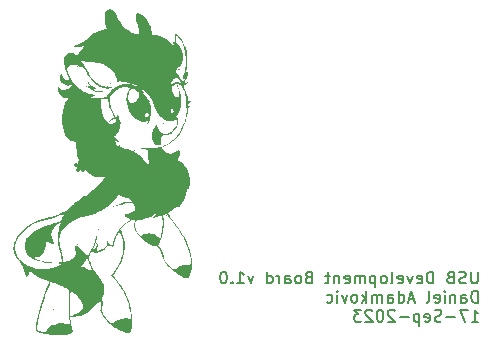
<source format=gbr>
%TF.GenerationSoftware,KiCad,Pcbnew,7.0.1*%
%TF.CreationDate,2023-09-30T16:00:22-04:00*%
%TF.ProjectId,usb_demonstrator,7573625f-6465-46d6-9f6e-73747261746f,rev?*%
%TF.SameCoordinates,Original*%
%TF.FileFunction,Legend,Bot*%
%TF.FilePolarity,Positive*%
%FSLAX46Y46*%
G04 Gerber Fmt 4.6, Leading zero omitted, Abs format (unit mm)*
G04 Created by KiCad (PCBNEW 7.0.1) date 2023-09-30 16:00:22*
%MOMM*%
%LPD*%
G01*
G04 APERTURE LIST*
%ADD10C,0.150000*%
%ADD11C,0.300000*%
G04 APERTURE END LIST*
D10*
X177561904Y-101437619D02*
X177561904Y-102247142D01*
X177561904Y-102247142D02*
X177514285Y-102342380D01*
X177514285Y-102342380D02*
X177466666Y-102390000D01*
X177466666Y-102390000D02*
X177371428Y-102437619D01*
X177371428Y-102437619D02*
X177180952Y-102437619D01*
X177180952Y-102437619D02*
X177085714Y-102390000D01*
X177085714Y-102390000D02*
X177038095Y-102342380D01*
X177038095Y-102342380D02*
X176990476Y-102247142D01*
X176990476Y-102247142D02*
X176990476Y-101437619D01*
X176561904Y-102390000D02*
X176419047Y-102437619D01*
X176419047Y-102437619D02*
X176180952Y-102437619D01*
X176180952Y-102437619D02*
X176085714Y-102390000D01*
X176085714Y-102390000D02*
X176038095Y-102342380D01*
X176038095Y-102342380D02*
X175990476Y-102247142D01*
X175990476Y-102247142D02*
X175990476Y-102151904D01*
X175990476Y-102151904D02*
X176038095Y-102056666D01*
X176038095Y-102056666D02*
X176085714Y-102009047D01*
X176085714Y-102009047D02*
X176180952Y-101961428D01*
X176180952Y-101961428D02*
X176371428Y-101913809D01*
X176371428Y-101913809D02*
X176466666Y-101866190D01*
X176466666Y-101866190D02*
X176514285Y-101818571D01*
X176514285Y-101818571D02*
X176561904Y-101723333D01*
X176561904Y-101723333D02*
X176561904Y-101628095D01*
X176561904Y-101628095D02*
X176514285Y-101532857D01*
X176514285Y-101532857D02*
X176466666Y-101485238D01*
X176466666Y-101485238D02*
X176371428Y-101437619D01*
X176371428Y-101437619D02*
X176133333Y-101437619D01*
X176133333Y-101437619D02*
X175990476Y-101485238D01*
X175228571Y-101913809D02*
X175085714Y-101961428D01*
X175085714Y-101961428D02*
X175038095Y-102009047D01*
X175038095Y-102009047D02*
X174990476Y-102104285D01*
X174990476Y-102104285D02*
X174990476Y-102247142D01*
X174990476Y-102247142D02*
X175038095Y-102342380D01*
X175038095Y-102342380D02*
X175085714Y-102390000D01*
X175085714Y-102390000D02*
X175180952Y-102437619D01*
X175180952Y-102437619D02*
X175561904Y-102437619D01*
X175561904Y-102437619D02*
X175561904Y-101437619D01*
X175561904Y-101437619D02*
X175228571Y-101437619D01*
X175228571Y-101437619D02*
X175133333Y-101485238D01*
X175133333Y-101485238D02*
X175085714Y-101532857D01*
X175085714Y-101532857D02*
X175038095Y-101628095D01*
X175038095Y-101628095D02*
X175038095Y-101723333D01*
X175038095Y-101723333D02*
X175085714Y-101818571D01*
X175085714Y-101818571D02*
X175133333Y-101866190D01*
X175133333Y-101866190D02*
X175228571Y-101913809D01*
X175228571Y-101913809D02*
X175561904Y-101913809D01*
X173799999Y-102437619D02*
X173799999Y-101437619D01*
X173799999Y-101437619D02*
X173561904Y-101437619D01*
X173561904Y-101437619D02*
X173419047Y-101485238D01*
X173419047Y-101485238D02*
X173323809Y-101580476D01*
X173323809Y-101580476D02*
X173276190Y-101675714D01*
X173276190Y-101675714D02*
X173228571Y-101866190D01*
X173228571Y-101866190D02*
X173228571Y-102009047D01*
X173228571Y-102009047D02*
X173276190Y-102199523D01*
X173276190Y-102199523D02*
X173323809Y-102294761D01*
X173323809Y-102294761D02*
X173419047Y-102390000D01*
X173419047Y-102390000D02*
X173561904Y-102437619D01*
X173561904Y-102437619D02*
X173799999Y-102437619D01*
X172419047Y-102390000D02*
X172514285Y-102437619D01*
X172514285Y-102437619D02*
X172704761Y-102437619D01*
X172704761Y-102437619D02*
X172799999Y-102390000D01*
X172799999Y-102390000D02*
X172847618Y-102294761D01*
X172847618Y-102294761D02*
X172847618Y-101913809D01*
X172847618Y-101913809D02*
X172799999Y-101818571D01*
X172799999Y-101818571D02*
X172704761Y-101770952D01*
X172704761Y-101770952D02*
X172514285Y-101770952D01*
X172514285Y-101770952D02*
X172419047Y-101818571D01*
X172419047Y-101818571D02*
X172371428Y-101913809D01*
X172371428Y-101913809D02*
X172371428Y-102009047D01*
X172371428Y-102009047D02*
X172847618Y-102104285D01*
X172038094Y-101770952D02*
X171799999Y-102437619D01*
X171799999Y-102437619D02*
X171561904Y-101770952D01*
X170799999Y-102390000D02*
X170895237Y-102437619D01*
X170895237Y-102437619D02*
X171085713Y-102437619D01*
X171085713Y-102437619D02*
X171180951Y-102390000D01*
X171180951Y-102390000D02*
X171228570Y-102294761D01*
X171228570Y-102294761D02*
X171228570Y-101913809D01*
X171228570Y-101913809D02*
X171180951Y-101818571D01*
X171180951Y-101818571D02*
X171085713Y-101770952D01*
X171085713Y-101770952D02*
X170895237Y-101770952D01*
X170895237Y-101770952D02*
X170799999Y-101818571D01*
X170799999Y-101818571D02*
X170752380Y-101913809D01*
X170752380Y-101913809D02*
X170752380Y-102009047D01*
X170752380Y-102009047D02*
X171228570Y-102104285D01*
X170180951Y-102437619D02*
X170276189Y-102390000D01*
X170276189Y-102390000D02*
X170323808Y-102294761D01*
X170323808Y-102294761D02*
X170323808Y-101437619D01*
X169657141Y-102437619D02*
X169752379Y-102390000D01*
X169752379Y-102390000D02*
X169799998Y-102342380D01*
X169799998Y-102342380D02*
X169847617Y-102247142D01*
X169847617Y-102247142D02*
X169847617Y-101961428D01*
X169847617Y-101961428D02*
X169799998Y-101866190D01*
X169799998Y-101866190D02*
X169752379Y-101818571D01*
X169752379Y-101818571D02*
X169657141Y-101770952D01*
X169657141Y-101770952D02*
X169514284Y-101770952D01*
X169514284Y-101770952D02*
X169419046Y-101818571D01*
X169419046Y-101818571D02*
X169371427Y-101866190D01*
X169371427Y-101866190D02*
X169323808Y-101961428D01*
X169323808Y-101961428D02*
X169323808Y-102247142D01*
X169323808Y-102247142D02*
X169371427Y-102342380D01*
X169371427Y-102342380D02*
X169419046Y-102390000D01*
X169419046Y-102390000D02*
X169514284Y-102437619D01*
X169514284Y-102437619D02*
X169657141Y-102437619D01*
X168895236Y-101770952D02*
X168895236Y-102770952D01*
X168895236Y-101818571D02*
X168799998Y-101770952D01*
X168799998Y-101770952D02*
X168609522Y-101770952D01*
X168609522Y-101770952D02*
X168514284Y-101818571D01*
X168514284Y-101818571D02*
X168466665Y-101866190D01*
X168466665Y-101866190D02*
X168419046Y-101961428D01*
X168419046Y-101961428D02*
X168419046Y-102247142D01*
X168419046Y-102247142D02*
X168466665Y-102342380D01*
X168466665Y-102342380D02*
X168514284Y-102390000D01*
X168514284Y-102390000D02*
X168609522Y-102437619D01*
X168609522Y-102437619D02*
X168799998Y-102437619D01*
X168799998Y-102437619D02*
X168895236Y-102390000D01*
X167990474Y-102437619D02*
X167990474Y-101770952D01*
X167990474Y-101866190D02*
X167942855Y-101818571D01*
X167942855Y-101818571D02*
X167847617Y-101770952D01*
X167847617Y-101770952D02*
X167704760Y-101770952D01*
X167704760Y-101770952D02*
X167609522Y-101818571D01*
X167609522Y-101818571D02*
X167561903Y-101913809D01*
X167561903Y-101913809D02*
X167561903Y-102437619D01*
X167561903Y-101913809D02*
X167514284Y-101818571D01*
X167514284Y-101818571D02*
X167419046Y-101770952D01*
X167419046Y-101770952D02*
X167276189Y-101770952D01*
X167276189Y-101770952D02*
X167180950Y-101818571D01*
X167180950Y-101818571D02*
X167133331Y-101913809D01*
X167133331Y-101913809D02*
X167133331Y-102437619D01*
X166276189Y-102390000D02*
X166371427Y-102437619D01*
X166371427Y-102437619D02*
X166561903Y-102437619D01*
X166561903Y-102437619D02*
X166657141Y-102390000D01*
X166657141Y-102390000D02*
X166704760Y-102294761D01*
X166704760Y-102294761D02*
X166704760Y-101913809D01*
X166704760Y-101913809D02*
X166657141Y-101818571D01*
X166657141Y-101818571D02*
X166561903Y-101770952D01*
X166561903Y-101770952D02*
X166371427Y-101770952D01*
X166371427Y-101770952D02*
X166276189Y-101818571D01*
X166276189Y-101818571D02*
X166228570Y-101913809D01*
X166228570Y-101913809D02*
X166228570Y-102009047D01*
X166228570Y-102009047D02*
X166704760Y-102104285D01*
X165799998Y-101770952D02*
X165799998Y-102437619D01*
X165799998Y-101866190D02*
X165752379Y-101818571D01*
X165752379Y-101818571D02*
X165657141Y-101770952D01*
X165657141Y-101770952D02*
X165514284Y-101770952D01*
X165514284Y-101770952D02*
X165419046Y-101818571D01*
X165419046Y-101818571D02*
X165371427Y-101913809D01*
X165371427Y-101913809D02*
X165371427Y-102437619D01*
X165038093Y-101770952D02*
X164657141Y-101770952D01*
X164895236Y-101437619D02*
X164895236Y-102294761D01*
X164895236Y-102294761D02*
X164847617Y-102390000D01*
X164847617Y-102390000D02*
X164752379Y-102437619D01*
X164752379Y-102437619D02*
X164657141Y-102437619D01*
X163228569Y-101913809D02*
X163085712Y-101961428D01*
X163085712Y-101961428D02*
X163038093Y-102009047D01*
X163038093Y-102009047D02*
X162990474Y-102104285D01*
X162990474Y-102104285D02*
X162990474Y-102247142D01*
X162990474Y-102247142D02*
X163038093Y-102342380D01*
X163038093Y-102342380D02*
X163085712Y-102390000D01*
X163085712Y-102390000D02*
X163180950Y-102437619D01*
X163180950Y-102437619D02*
X163561902Y-102437619D01*
X163561902Y-102437619D02*
X163561902Y-101437619D01*
X163561902Y-101437619D02*
X163228569Y-101437619D01*
X163228569Y-101437619D02*
X163133331Y-101485238D01*
X163133331Y-101485238D02*
X163085712Y-101532857D01*
X163085712Y-101532857D02*
X163038093Y-101628095D01*
X163038093Y-101628095D02*
X163038093Y-101723333D01*
X163038093Y-101723333D02*
X163085712Y-101818571D01*
X163085712Y-101818571D02*
X163133331Y-101866190D01*
X163133331Y-101866190D02*
X163228569Y-101913809D01*
X163228569Y-101913809D02*
X163561902Y-101913809D01*
X162419045Y-102437619D02*
X162514283Y-102390000D01*
X162514283Y-102390000D02*
X162561902Y-102342380D01*
X162561902Y-102342380D02*
X162609521Y-102247142D01*
X162609521Y-102247142D02*
X162609521Y-101961428D01*
X162609521Y-101961428D02*
X162561902Y-101866190D01*
X162561902Y-101866190D02*
X162514283Y-101818571D01*
X162514283Y-101818571D02*
X162419045Y-101770952D01*
X162419045Y-101770952D02*
X162276188Y-101770952D01*
X162276188Y-101770952D02*
X162180950Y-101818571D01*
X162180950Y-101818571D02*
X162133331Y-101866190D01*
X162133331Y-101866190D02*
X162085712Y-101961428D01*
X162085712Y-101961428D02*
X162085712Y-102247142D01*
X162085712Y-102247142D02*
X162133331Y-102342380D01*
X162133331Y-102342380D02*
X162180950Y-102390000D01*
X162180950Y-102390000D02*
X162276188Y-102437619D01*
X162276188Y-102437619D02*
X162419045Y-102437619D01*
X161228569Y-102437619D02*
X161228569Y-101913809D01*
X161228569Y-101913809D02*
X161276188Y-101818571D01*
X161276188Y-101818571D02*
X161371426Y-101770952D01*
X161371426Y-101770952D02*
X161561902Y-101770952D01*
X161561902Y-101770952D02*
X161657140Y-101818571D01*
X161228569Y-102390000D02*
X161323807Y-102437619D01*
X161323807Y-102437619D02*
X161561902Y-102437619D01*
X161561902Y-102437619D02*
X161657140Y-102390000D01*
X161657140Y-102390000D02*
X161704759Y-102294761D01*
X161704759Y-102294761D02*
X161704759Y-102199523D01*
X161704759Y-102199523D02*
X161657140Y-102104285D01*
X161657140Y-102104285D02*
X161561902Y-102056666D01*
X161561902Y-102056666D02*
X161323807Y-102056666D01*
X161323807Y-102056666D02*
X161228569Y-102009047D01*
X160752378Y-102437619D02*
X160752378Y-101770952D01*
X160752378Y-101961428D02*
X160704759Y-101866190D01*
X160704759Y-101866190D02*
X160657140Y-101818571D01*
X160657140Y-101818571D02*
X160561902Y-101770952D01*
X160561902Y-101770952D02*
X160466664Y-101770952D01*
X159704759Y-102437619D02*
X159704759Y-101437619D01*
X159704759Y-102390000D02*
X159799997Y-102437619D01*
X159799997Y-102437619D02*
X159990473Y-102437619D01*
X159990473Y-102437619D02*
X160085711Y-102390000D01*
X160085711Y-102390000D02*
X160133330Y-102342380D01*
X160133330Y-102342380D02*
X160180949Y-102247142D01*
X160180949Y-102247142D02*
X160180949Y-101961428D01*
X160180949Y-101961428D02*
X160133330Y-101866190D01*
X160133330Y-101866190D02*
X160085711Y-101818571D01*
X160085711Y-101818571D02*
X159990473Y-101770952D01*
X159990473Y-101770952D02*
X159799997Y-101770952D01*
X159799997Y-101770952D02*
X159704759Y-101818571D01*
X158561901Y-101770952D02*
X158323806Y-102437619D01*
X158323806Y-102437619D02*
X158085711Y-101770952D01*
X157180949Y-102437619D02*
X157752377Y-102437619D01*
X157466663Y-102437619D02*
X157466663Y-101437619D01*
X157466663Y-101437619D02*
X157561901Y-101580476D01*
X157561901Y-101580476D02*
X157657139Y-101675714D01*
X157657139Y-101675714D02*
X157752377Y-101723333D01*
X156752377Y-102342380D02*
X156704758Y-102390000D01*
X156704758Y-102390000D02*
X156752377Y-102437619D01*
X156752377Y-102437619D02*
X156799996Y-102390000D01*
X156799996Y-102390000D02*
X156752377Y-102342380D01*
X156752377Y-102342380D02*
X156752377Y-102437619D01*
X156085711Y-101437619D02*
X155990473Y-101437619D01*
X155990473Y-101437619D02*
X155895235Y-101485238D01*
X155895235Y-101485238D02*
X155847616Y-101532857D01*
X155847616Y-101532857D02*
X155799997Y-101628095D01*
X155799997Y-101628095D02*
X155752378Y-101818571D01*
X155752378Y-101818571D02*
X155752378Y-102056666D01*
X155752378Y-102056666D02*
X155799997Y-102247142D01*
X155799997Y-102247142D02*
X155847616Y-102342380D01*
X155847616Y-102342380D02*
X155895235Y-102390000D01*
X155895235Y-102390000D02*
X155990473Y-102437619D01*
X155990473Y-102437619D02*
X156085711Y-102437619D01*
X156085711Y-102437619D02*
X156180949Y-102390000D01*
X156180949Y-102390000D02*
X156228568Y-102342380D01*
X156228568Y-102342380D02*
X156276187Y-102247142D01*
X156276187Y-102247142D02*
X156323806Y-102056666D01*
X156323806Y-102056666D02*
X156323806Y-101818571D01*
X156323806Y-101818571D02*
X156276187Y-101628095D01*
X156276187Y-101628095D02*
X156228568Y-101532857D01*
X156228568Y-101532857D02*
X156180949Y-101485238D01*
X156180949Y-101485238D02*
X156085711Y-101437619D01*
X177561904Y-104057619D02*
X177561904Y-103057619D01*
X177561904Y-103057619D02*
X177323809Y-103057619D01*
X177323809Y-103057619D02*
X177180952Y-103105238D01*
X177180952Y-103105238D02*
X177085714Y-103200476D01*
X177085714Y-103200476D02*
X177038095Y-103295714D01*
X177038095Y-103295714D02*
X176990476Y-103486190D01*
X176990476Y-103486190D02*
X176990476Y-103629047D01*
X176990476Y-103629047D02*
X177038095Y-103819523D01*
X177038095Y-103819523D02*
X177085714Y-103914761D01*
X177085714Y-103914761D02*
X177180952Y-104010000D01*
X177180952Y-104010000D02*
X177323809Y-104057619D01*
X177323809Y-104057619D02*
X177561904Y-104057619D01*
X176133333Y-104057619D02*
X176133333Y-103533809D01*
X176133333Y-103533809D02*
X176180952Y-103438571D01*
X176180952Y-103438571D02*
X176276190Y-103390952D01*
X176276190Y-103390952D02*
X176466666Y-103390952D01*
X176466666Y-103390952D02*
X176561904Y-103438571D01*
X176133333Y-104010000D02*
X176228571Y-104057619D01*
X176228571Y-104057619D02*
X176466666Y-104057619D01*
X176466666Y-104057619D02*
X176561904Y-104010000D01*
X176561904Y-104010000D02*
X176609523Y-103914761D01*
X176609523Y-103914761D02*
X176609523Y-103819523D01*
X176609523Y-103819523D02*
X176561904Y-103724285D01*
X176561904Y-103724285D02*
X176466666Y-103676666D01*
X176466666Y-103676666D02*
X176228571Y-103676666D01*
X176228571Y-103676666D02*
X176133333Y-103629047D01*
X175657142Y-103390952D02*
X175657142Y-104057619D01*
X175657142Y-103486190D02*
X175609523Y-103438571D01*
X175609523Y-103438571D02*
X175514285Y-103390952D01*
X175514285Y-103390952D02*
X175371428Y-103390952D01*
X175371428Y-103390952D02*
X175276190Y-103438571D01*
X175276190Y-103438571D02*
X175228571Y-103533809D01*
X175228571Y-103533809D02*
X175228571Y-104057619D01*
X174752380Y-104057619D02*
X174752380Y-103390952D01*
X174752380Y-103057619D02*
X174799999Y-103105238D01*
X174799999Y-103105238D02*
X174752380Y-103152857D01*
X174752380Y-103152857D02*
X174704761Y-103105238D01*
X174704761Y-103105238D02*
X174752380Y-103057619D01*
X174752380Y-103057619D02*
X174752380Y-103152857D01*
X173895238Y-104010000D02*
X173990476Y-104057619D01*
X173990476Y-104057619D02*
X174180952Y-104057619D01*
X174180952Y-104057619D02*
X174276190Y-104010000D01*
X174276190Y-104010000D02*
X174323809Y-103914761D01*
X174323809Y-103914761D02*
X174323809Y-103533809D01*
X174323809Y-103533809D02*
X174276190Y-103438571D01*
X174276190Y-103438571D02*
X174180952Y-103390952D01*
X174180952Y-103390952D02*
X173990476Y-103390952D01*
X173990476Y-103390952D02*
X173895238Y-103438571D01*
X173895238Y-103438571D02*
X173847619Y-103533809D01*
X173847619Y-103533809D02*
X173847619Y-103629047D01*
X173847619Y-103629047D02*
X174323809Y-103724285D01*
X173276190Y-104057619D02*
X173371428Y-104010000D01*
X173371428Y-104010000D02*
X173419047Y-103914761D01*
X173419047Y-103914761D02*
X173419047Y-103057619D01*
X172180951Y-103771904D02*
X171704761Y-103771904D01*
X172276189Y-104057619D02*
X171942856Y-103057619D01*
X171942856Y-103057619D02*
X171609523Y-104057619D01*
X170847618Y-104057619D02*
X170847618Y-103057619D01*
X170847618Y-104010000D02*
X170942856Y-104057619D01*
X170942856Y-104057619D02*
X171133332Y-104057619D01*
X171133332Y-104057619D02*
X171228570Y-104010000D01*
X171228570Y-104010000D02*
X171276189Y-103962380D01*
X171276189Y-103962380D02*
X171323808Y-103867142D01*
X171323808Y-103867142D02*
X171323808Y-103581428D01*
X171323808Y-103581428D02*
X171276189Y-103486190D01*
X171276189Y-103486190D02*
X171228570Y-103438571D01*
X171228570Y-103438571D02*
X171133332Y-103390952D01*
X171133332Y-103390952D02*
X170942856Y-103390952D01*
X170942856Y-103390952D02*
X170847618Y-103438571D01*
X169942856Y-104057619D02*
X169942856Y-103533809D01*
X169942856Y-103533809D02*
X169990475Y-103438571D01*
X169990475Y-103438571D02*
X170085713Y-103390952D01*
X170085713Y-103390952D02*
X170276189Y-103390952D01*
X170276189Y-103390952D02*
X170371427Y-103438571D01*
X169942856Y-104010000D02*
X170038094Y-104057619D01*
X170038094Y-104057619D02*
X170276189Y-104057619D01*
X170276189Y-104057619D02*
X170371427Y-104010000D01*
X170371427Y-104010000D02*
X170419046Y-103914761D01*
X170419046Y-103914761D02*
X170419046Y-103819523D01*
X170419046Y-103819523D02*
X170371427Y-103724285D01*
X170371427Y-103724285D02*
X170276189Y-103676666D01*
X170276189Y-103676666D02*
X170038094Y-103676666D01*
X170038094Y-103676666D02*
X169942856Y-103629047D01*
X169466665Y-104057619D02*
X169466665Y-103390952D01*
X169466665Y-103486190D02*
X169419046Y-103438571D01*
X169419046Y-103438571D02*
X169323808Y-103390952D01*
X169323808Y-103390952D02*
X169180951Y-103390952D01*
X169180951Y-103390952D02*
X169085713Y-103438571D01*
X169085713Y-103438571D02*
X169038094Y-103533809D01*
X169038094Y-103533809D02*
X169038094Y-104057619D01*
X169038094Y-103533809D02*
X168990475Y-103438571D01*
X168990475Y-103438571D02*
X168895237Y-103390952D01*
X168895237Y-103390952D02*
X168752380Y-103390952D01*
X168752380Y-103390952D02*
X168657141Y-103438571D01*
X168657141Y-103438571D02*
X168609522Y-103533809D01*
X168609522Y-103533809D02*
X168609522Y-104057619D01*
X168133332Y-104057619D02*
X168133332Y-103057619D01*
X168038094Y-103676666D02*
X167752380Y-104057619D01*
X167752380Y-103390952D02*
X168133332Y-103771904D01*
X167180951Y-104057619D02*
X167276189Y-104010000D01*
X167276189Y-104010000D02*
X167323808Y-103962380D01*
X167323808Y-103962380D02*
X167371427Y-103867142D01*
X167371427Y-103867142D02*
X167371427Y-103581428D01*
X167371427Y-103581428D02*
X167323808Y-103486190D01*
X167323808Y-103486190D02*
X167276189Y-103438571D01*
X167276189Y-103438571D02*
X167180951Y-103390952D01*
X167180951Y-103390952D02*
X167038094Y-103390952D01*
X167038094Y-103390952D02*
X166942856Y-103438571D01*
X166942856Y-103438571D02*
X166895237Y-103486190D01*
X166895237Y-103486190D02*
X166847618Y-103581428D01*
X166847618Y-103581428D02*
X166847618Y-103867142D01*
X166847618Y-103867142D02*
X166895237Y-103962380D01*
X166895237Y-103962380D02*
X166942856Y-104010000D01*
X166942856Y-104010000D02*
X167038094Y-104057619D01*
X167038094Y-104057619D02*
X167180951Y-104057619D01*
X166514284Y-103390952D02*
X166276189Y-104057619D01*
X166276189Y-104057619D02*
X166038094Y-103390952D01*
X165657141Y-104057619D02*
X165657141Y-103390952D01*
X165657141Y-103057619D02*
X165704760Y-103105238D01*
X165704760Y-103105238D02*
X165657141Y-103152857D01*
X165657141Y-103152857D02*
X165609522Y-103105238D01*
X165609522Y-103105238D02*
X165657141Y-103057619D01*
X165657141Y-103057619D02*
X165657141Y-103152857D01*
X164752380Y-104010000D02*
X164847618Y-104057619D01*
X164847618Y-104057619D02*
X165038094Y-104057619D01*
X165038094Y-104057619D02*
X165133332Y-104010000D01*
X165133332Y-104010000D02*
X165180951Y-103962380D01*
X165180951Y-103962380D02*
X165228570Y-103867142D01*
X165228570Y-103867142D02*
X165228570Y-103581428D01*
X165228570Y-103581428D02*
X165180951Y-103486190D01*
X165180951Y-103486190D02*
X165133332Y-103438571D01*
X165133332Y-103438571D02*
X165038094Y-103390952D01*
X165038094Y-103390952D02*
X164847618Y-103390952D01*
X164847618Y-103390952D02*
X164752380Y-103438571D01*
X177038095Y-105677619D02*
X177609523Y-105677619D01*
X177323809Y-105677619D02*
X177323809Y-104677619D01*
X177323809Y-104677619D02*
X177419047Y-104820476D01*
X177419047Y-104820476D02*
X177514285Y-104915714D01*
X177514285Y-104915714D02*
X177609523Y-104963333D01*
X176704761Y-104677619D02*
X176038095Y-104677619D01*
X176038095Y-104677619D02*
X176466666Y-105677619D01*
X175657142Y-105296666D02*
X174895238Y-105296666D01*
X174466666Y-105630000D02*
X174323809Y-105677619D01*
X174323809Y-105677619D02*
X174085714Y-105677619D01*
X174085714Y-105677619D02*
X173990476Y-105630000D01*
X173990476Y-105630000D02*
X173942857Y-105582380D01*
X173942857Y-105582380D02*
X173895238Y-105487142D01*
X173895238Y-105487142D02*
X173895238Y-105391904D01*
X173895238Y-105391904D02*
X173942857Y-105296666D01*
X173942857Y-105296666D02*
X173990476Y-105249047D01*
X173990476Y-105249047D02*
X174085714Y-105201428D01*
X174085714Y-105201428D02*
X174276190Y-105153809D01*
X174276190Y-105153809D02*
X174371428Y-105106190D01*
X174371428Y-105106190D02*
X174419047Y-105058571D01*
X174419047Y-105058571D02*
X174466666Y-104963333D01*
X174466666Y-104963333D02*
X174466666Y-104868095D01*
X174466666Y-104868095D02*
X174419047Y-104772857D01*
X174419047Y-104772857D02*
X174371428Y-104725238D01*
X174371428Y-104725238D02*
X174276190Y-104677619D01*
X174276190Y-104677619D02*
X174038095Y-104677619D01*
X174038095Y-104677619D02*
X173895238Y-104725238D01*
X173085714Y-105630000D02*
X173180952Y-105677619D01*
X173180952Y-105677619D02*
X173371428Y-105677619D01*
X173371428Y-105677619D02*
X173466666Y-105630000D01*
X173466666Y-105630000D02*
X173514285Y-105534761D01*
X173514285Y-105534761D02*
X173514285Y-105153809D01*
X173514285Y-105153809D02*
X173466666Y-105058571D01*
X173466666Y-105058571D02*
X173371428Y-105010952D01*
X173371428Y-105010952D02*
X173180952Y-105010952D01*
X173180952Y-105010952D02*
X173085714Y-105058571D01*
X173085714Y-105058571D02*
X173038095Y-105153809D01*
X173038095Y-105153809D02*
X173038095Y-105249047D01*
X173038095Y-105249047D02*
X173514285Y-105344285D01*
X172609523Y-105010952D02*
X172609523Y-106010952D01*
X172609523Y-105058571D02*
X172514285Y-105010952D01*
X172514285Y-105010952D02*
X172323809Y-105010952D01*
X172323809Y-105010952D02*
X172228571Y-105058571D01*
X172228571Y-105058571D02*
X172180952Y-105106190D01*
X172180952Y-105106190D02*
X172133333Y-105201428D01*
X172133333Y-105201428D02*
X172133333Y-105487142D01*
X172133333Y-105487142D02*
X172180952Y-105582380D01*
X172180952Y-105582380D02*
X172228571Y-105630000D01*
X172228571Y-105630000D02*
X172323809Y-105677619D01*
X172323809Y-105677619D02*
X172514285Y-105677619D01*
X172514285Y-105677619D02*
X172609523Y-105630000D01*
X171704761Y-105296666D02*
X170942857Y-105296666D01*
X170514285Y-104772857D02*
X170466666Y-104725238D01*
X170466666Y-104725238D02*
X170371428Y-104677619D01*
X170371428Y-104677619D02*
X170133333Y-104677619D01*
X170133333Y-104677619D02*
X170038095Y-104725238D01*
X170038095Y-104725238D02*
X169990476Y-104772857D01*
X169990476Y-104772857D02*
X169942857Y-104868095D01*
X169942857Y-104868095D02*
X169942857Y-104963333D01*
X169942857Y-104963333D02*
X169990476Y-105106190D01*
X169990476Y-105106190D02*
X170561904Y-105677619D01*
X170561904Y-105677619D02*
X169942857Y-105677619D01*
X169323809Y-104677619D02*
X169228571Y-104677619D01*
X169228571Y-104677619D02*
X169133333Y-104725238D01*
X169133333Y-104725238D02*
X169085714Y-104772857D01*
X169085714Y-104772857D02*
X169038095Y-104868095D01*
X169038095Y-104868095D02*
X168990476Y-105058571D01*
X168990476Y-105058571D02*
X168990476Y-105296666D01*
X168990476Y-105296666D02*
X169038095Y-105487142D01*
X169038095Y-105487142D02*
X169085714Y-105582380D01*
X169085714Y-105582380D02*
X169133333Y-105630000D01*
X169133333Y-105630000D02*
X169228571Y-105677619D01*
X169228571Y-105677619D02*
X169323809Y-105677619D01*
X169323809Y-105677619D02*
X169419047Y-105630000D01*
X169419047Y-105630000D02*
X169466666Y-105582380D01*
X169466666Y-105582380D02*
X169514285Y-105487142D01*
X169514285Y-105487142D02*
X169561904Y-105296666D01*
X169561904Y-105296666D02*
X169561904Y-105058571D01*
X169561904Y-105058571D02*
X169514285Y-104868095D01*
X169514285Y-104868095D02*
X169466666Y-104772857D01*
X169466666Y-104772857D02*
X169419047Y-104725238D01*
X169419047Y-104725238D02*
X169323809Y-104677619D01*
X168609523Y-104772857D02*
X168561904Y-104725238D01*
X168561904Y-104725238D02*
X168466666Y-104677619D01*
X168466666Y-104677619D02*
X168228571Y-104677619D01*
X168228571Y-104677619D02*
X168133333Y-104725238D01*
X168133333Y-104725238D02*
X168085714Y-104772857D01*
X168085714Y-104772857D02*
X168038095Y-104868095D01*
X168038095Y-104868095D02*
X168038095Y-104963333D01*
X168038095Y-104963333D02*
X168085714Y-105106190D01*
X168085714Y-105106190D02*
X168657142Y-105677619D01*
X168657142Y-105677619D02*
X168038095Y-105677619D01*
X167704761Y-104677619D02*
X167085714Y-104677619D01*
X167085714Y-104677619D02*
X167419047Y-105058571D01*
X167419047Y-105058571D02*
X167276190Y-105058571D01*
X167276190Y-105058571D02*
X167180952Y-105106190D01*
X167180952Y-105106190D02*
X167133333Y-105153809D01*
X167133333Y-105153809D02*
X167085714Y-105249047D01*
X167085714Y-105249047D02*
X167085714Y-105487142D01*
X167085714Y-105487142D02*
X167133333Y-105582380D01*
X167133333Y-105582380D02*
X167180952Y-105630000D01*
X167180952Y-105630000D02*
X167276190Y-105677619D01*
X167276190Y-105677619D02*
X167561904Y-105677619D01*
X167561904Y-105677619D02*
X167657142Y-105630000D01*
X167657142Y-105630000D02*
X167704761Y-105582380D01*
D11*
%TO.C,G\u002A\u002A\u002A*%
X147121427Y-92265357D02*
X147264285Y-92193928D01*
X147264285Y-92193928D02*
X147478570Y-92193928D01*
X147478570Y-92193928D02*
X147692856Y-92265357D01*
X147692856Y-92265357D02*
X147835713Y-92408214D01*
X147835713Y-92408214D02*
X147907142Y-92551071D01*
X147907142Y-92551071D02*
X147978570Y-92836785D01*
X147978570Y-92836785D02*
X147978570Y-93051071D01*
X147978570Y-93051071D02*
X147907142Y-93336785D01*
X147907142Y-93336785D02*
X147835713Y-93479642D01*
X147835713Y-93479642D02*
X147692856Y-93622500D01*
X147692856Y-93622500D02*
X147478570Y-93693928D01*
X147478570Y-93693928D02*
X147335713Y-93693928D01*
X147335713Y-93693928D02*
X147121427Y-93622500D01*
X147121427Y-93622500D02*
X147049999Y-93551071D01*
X147049999Y-93551071D02*
X147049999Y-93051071D01*
X147049999Y-93051071D02*
X147335713Y-93051071D01*
X146192856Y-92193928D02*
X146192856Y-92551071D01*
X146549999Y-92408214D02*
X146192856Y-92551071D01*
X146192856Y-92551071D02*
X145835713Y-92408214D01*
X146407142Y-92836785D02*
X146192856Y-92551071D01*
X146192856Y-92551071D02*
X145978570Y-92836785D01*
X145049999Y-92193928D02*
X145049999Y-92551071D01*
X145407142Y-92408214D02*
X145049999Y-92551071D01*
X145049999Y-92551071D02*
X144692856Y-92408214D01*
X145264285Y-92836785D02*
X145049999Y-92551071D01*
X145049999Y-92551071D02*
X144835713Y-92836785D01*
X143907142Y-92193928D02*
X143907142Y-92551071D01*
X144264285Y-92408214D02*
X143907142Y-92551071D01*
X143907142Y-92551071D02*
X143549999Y-92408214D01*
X144121428Y-92836785D02*
X143907142Y-92551071D01*
X143907142Y-92551071D02*
X143692856Y-92836785D01*
G36*
X153193727Y-100664617D02*
G01*
X153177792Y-100680552D01*
X153161857Y-100664617D01*
X153177792Y-100648683D01*
X153193727Y-100664617D01*
G37*
G36*
X153129988Y-100760226D02*
G01*
X153114053Y-100776161D01*
X153098118Y-100760226D01*
X153114053Y-100744291D01*
X153129988Y-100760226D01*
G37*
G36*
X152875032Y-100792095D02*
G01*
X152859097Y-100808030D01*
X152843162Y-100792095D01*
X152859097Y-100776161D01*
X152875032Y-100792095D01*
G37*
G36*
X152875032Y-100537139D02*
G01*
X152859097Y-100553074D01*
X152843162Y-100537139D01*
X152859097Y-100521205D01*
X152875032Y-100537139D01*
G37*
G36*
X152588206Y-82690213D02*
G01*
X152572271Y-82706148D01*
X152556337Y-82690213D01*
X152572271Y-82674279D01*
X152588206Y-82690213D01*
G37*
G36*
X152556337Y-83805646D02*
G01*
X152540402Y-83821581D01*
X152524467Y-83805646D01*
X152540402Y-83789712D01*
X152556337Y-83805646D01*
G37*
G36*
X152365120Y-99963488D02*
G01*
X152349185Y-99979423D01*
X152333250Y-99963488D01*
X152349185Y-99947553D01*
X152365120Y-99963488D01*
G37*
G36*
X152365120Y-84060602D02*
G01*
X152349185Y-84076537D01*
X152333250Y-84060602D01*
X152349185Y-84044668D01*
X152365120Y-84060602D01*
G37*
G36*
X152333250Y-84315558D02*
G01*
X152317315Y-84331493D01*
X152301381Y-84315558D01*
X152317315Y-84299624D01*
X152333250Y-84315558D01*
G37*
G36*
X152333250Y-84188080D02*
G01*
X152317315Y-84204015D01*
X152301381Y-84188080D01*
X152317315Y-84172146D01*
X152333250Y-84188080D01*
G37*
G36*
X152301381Y-81765998D02*
G01*
X152285446Y-81781932D01*
X152269511Y-81765998D01*
X152285446Y-81750063D01*
X152301381Y-81765998D01*
G37*
G36*
X152269511Y-81702259D02*
G01*
X152253576Y-81718193D01*
X152237642Y-81702259D01*
X152253576Y-81686324D01*
X152269511Y-81702259D01*
G37*
G36*
X152237642Y-84315558D02*
G01*
X152221707Y-84331493D01*
X152205772Y-84315558D01*
X152221707Y-84299624D01*
X152237642Y-84315558D01*
G37*
G36*
X152205772Y-84251819D02*
G01*
X152189837Y-84267754D01*
X152173903Y-84251819D01*
X152189837Y-84235885D01*
X152205772Y-84251819D01*
G37*
G36*
X152173903Y-99772271D02*
G01*
X152157968Y-99788206D01*
X152142033Y-99772271D01*
X152157968Y-99756336D01*
X152173903Y-99772271D01*
G37*
G36*
X151982686Y-101047052D02*
G01*
X151966751Y-101062986D01*
X151950816Y-101047052D01*
X151966751Y-101031117D01*
X151982686Y-101047052D01*
G37*
G36*
X151823338Y-85271644D02*
G01*
X151807403Y-85287579D01*
X151791468Y-85271644D01*
X151807403Y-85255709D01*
X151823338Y-85271644D01*
G37*
G36*
X151217817Y-96680929D02*
G01*
X151201883Y-96696863D01*
X151185948Y-96680929D01*
X151201883Y-96664994D01*
X151217817Y-96680929D01*
G37*
G36*
X150676036Y-99198620D02*
G01*
X150660101Y-99214555D01*
X150644166Y-99198620D01*
X150660101Y-99182685D01*
X150676036Y-99198620D01*
G37*
G36*
X150548558Y-99134881D02*
G01*
X150532623Y-99150816D01*
X150516688Y-99134881D01*
X150532623Y-99118946D01*
X150548558Y-99134881D01*
G37*
G36*
X150070515Y-87311292D02*
G01*
X150054580Y-87327227D01*
X150038645Y-87311292D01*
X150054580Y-87295358D01*
X150070515Y-87311292D01*
G37*
G36*
X149943037Y-87151945D02*
G01*
X149927102Y-87167880D01*
X149911167Y-87151945D01*
X149927102Y-87136010D01*
X149943037Y-87151945D01*
G37*
G36*
X149847428Y-87151945D02*
G01*
X149831494Y-87167880D01*
X149815559Y-87151945D01*
X149831494Y-87136010D01*
X149847428Y-87151945D01*
G37*
G36*
X149783689Y-87024467D02*
G01*
X149767755Y-87040402D01*
X149751820Y-87024467D01*
X149767755Y-87008532D01*
X149783689Y-87024467D01*
G37*
G36*
X149751820Y-86705772D02*
G01*
X149735885Y-86721707D01*
X149719950Y-86705772D01*
X149735885Y-86689837D01*
X149751820Y-86705772D01*
G37*
G36*
X149528733Y-92091719D02*
G01*
X149512798Y-92107654D01*
X149496864Y-92091719D01*
X149512798Y-92075784D01*
X149528733Y-92091719D01*
G37*
G36*
X149496864Y-86514555D02*
G01*
X149480929Y-86530489D01*
X149464994Y-86514555D01*
X149480929Y-86498620D01*
X149496864Y-86514555D01*
G37*
G36*
X149496864Y-86387077D02*
G01*
X149480929Y-86403011D01*
X149464994Y-86387077D01*
X149480929Y-86371142D01*
X149496864Y-86387077D01*
G37*
G36*
X149464994Y-90848808D02*
G01*
X149449059Y-90864743D01*
X149433125Y-90848808D01*
X149449059Y-90832873D01*
X149464994Y-90848808D01*
G37*
G36*
X149273777Y-91804893D02*
G01*
X149257842Y-91820828D01*
X149241908Y-91804893D01*
X149257842Y-91788959D01*
X149273777Y-91804893D01*
G37*
G36*
X149273777Y-86259599D02*
G01*
X149257842Y-86275533D01*
X149241908Y-86259599D01*
X149257842Y-86243664D01*
X149273777Y-86259599D01*
G37*
G36*
X149241908Y-86068382D02*
G01*
X149225973Y-86084316D01*
X149210038Y-86068382D01*
X149225973Y-86052447D01*
X149241908Y-86068382D01*
G37*
G36*
X148986952Y-91518068D02*
G01*
X148971017Y-91534003D01*
X148955082Y-91518068D01*
X148971017Y-91502133D01*
X148986952Y-91518068D01*
G37*
G36*
X148923213Y-91486198D02*
G01*
X148907278Y-91502133D01*
X148891343Y-91486198D01*
X148907278Y-91470264D01*
X148923213Y-91486198D01*
G37*
G36*
X148508909Y-91167503D02*
G01*
X148492974Y-91183438D01*
X148477039Y-91167503D01*
X148492974Y-91151568D01*
X148508909Y-91167503D01*
G37*
G36*
X148285822Y-96266625D02*
G01*
X148269888Y-96282560D01*
X148253953Y-96266625D01*
X148269888Y-96250690D01*
X148285822Y-96266625D01*
G37*
G36*
X148253953Y-96394103D02*
G01*
X148238018Y-96410038D01*
X148222083Y-96394103D01*
X148238018Y-96378168D01*
X148253953Y-96394103D01*
G37*
G36*
X148253953Y-91040025D02*
G01*
X148238018Y-91055960D01*
X148222083Y-91040025D01*
X148238018Y-91024090D01*
X148253953Y-91040025D01*
G37*
G36*
X148030866Y-96362233D02*
G01*
X148014931Y-96378168D01*
X147998997Y-96362233D01*
X148014931Y-96346299D01*
X148030866Y-96362233D01*
G37*
G36*
X147903388Y-96967754D02*
G01*
X147887453Y-96983689D01*
X147871519Y-96967754D01*
X147887453Y-96951819D01*
X147903388Y-96967754D01*
G37*
G36*
X147775910Y-90307026D02*
G01*
X147759975Y-90322961D01*
X147744041Y-90307026D01*
X147759975Y-90291092D01*
X147775910Y-90307026D01*
G37*
G36*
X147520954Y-90179548D02*
G01*
X147505019Y-90195483D01*
X147489085Y-90179548D01*
X147505019Y-90163614D01*
X147520954Y-90179548D01*
G37*
G36*
X147265998Y-98370013D02*
G01*
X147250063Y-98385947D01*
X147234128Y-98370013D01*
X147250063Y-98354078D01*
X147265998Y-98370013D01*
G37*
G36*
X147265998Y-90020201D02*
G01*
X147250063Y-90036136D01*
X147234128Y-90020201D01*
X147250063Y-90004266D01*
X147265998Y-90020201D01*
G37*
G36*
X147234128Y-90753200D02*
G01*
X147218194Y-90769134D01*
X147202259Y-90753200D01*
X147218194Y-90737265D01*
X147234128Y-90753200D01*
G37*
G36*
X147202259Y-89924592D02*
G01*
X147186324Y-89940527D01*
X147170389Y-89924592D01*
X147186324Y-89908658D01*
X147202259Y-89924592D01*
G37*
G36*
X147170389Y-97382058D02*
G01*
X147154455Y-97397993D01*
X147138520Y-97382058D01*
X147154455Y-97366123D01*
X147170389Y-97382058D01*
G37*
G36*
X147138520Y-90721330D02*
G01*
X147122585Y-90737265D01*
X147106650Y-90721330D01*
X147122585Y-90705395D01*
X147138520Y-90721330D01*
G37*
G36*
X147138520Y-89860853D02*
G01*
X147122585Y-89876788D01*
X147106650Y-89860853D01*
X147122585Y-89844919D01*
X147138520Y-89860853D01*
G37*
G36*
X147106650Y-85526600D02*
G01*
X147090716Y-85542535D01*
X147074781Y-85526600D01*
X147090716Y-85510665D01*
X147106650Y-85526600D01*
G37*
G36*
X147042911Y-90434504D02*
G01*
X147026977Y-90450439D01*
X147011042Y-90434504D01*
X147026977Y-90418570D01*
X147042911Y-90434504D01*
G37*
G36*
X146979172Y-89892723D02*
G01*
X146963238Y-89908658D01*
X146947303Y-89892723D01*
X146963238Y-89876788D01*
X146979172Y-89892723D01*
G37*
G36*
X146915433Y-95310540D02*
G01*
X146899499Y-95326474D01*
X146883564Y-95310540D01*
X146899499Y-95294605D01*
X146915433Y-95310540D01*
G37*
G36*
X146883564Y-85749686D02*
G01*
X146867629Y-85765621D01*
X146851694Y-85749686D01*
X146867629Y-85733752D01*
X146883564Y-85749686D01*
G37*
G36*
X146756086Y-95597365D02*
G01*
X146740151Y-95613300D01*
X146724216Y-95597365D01*
X146740151Y-95581430D01*
X146756086Y-95597365D01*
G37*
G36*
X146724216Y-95916060D02*
G01*
X146708282Y-95931995D01*
X146692347Y-95916060D01*
X146708282Y-95900126D01*
X146724216Y-95916060D01*
G37*
G36*
X146628608Y-104967001D02*
G01*
X146612673Y-104982936D01*
X146596738Y-104967001D01*
X146612673Y-104951067D01*
X146628608Y-104967001D01*
G37*
G36*
X146596738Y-101907528D02*
G01*
X146580803Y-101923463D01*
X146564869Y-101907528D01*
X146580803Y-101891594D01*
X146596738Y-101907528D01*
G37*
G36*
X146596738Y-99389837D02*
G01*
X146580803Y-99405772D01*
X146564869Y-99389837D01*
X146580803Y-99373902D01*
X146596738Y-99389837D01*
G37*
G36*
X146596738Y-97860100D02*
G01*
X146580803Y-97876035D01*
X146564869Y-97860100D01*
X146580803Y-97844166D01*
X146596738Y-97860100D01*
G37*
G36*
X146501130Y-102353701D02*
G01*
X146485195Y-102369636D01*
X146469260Y-102353701D01*
X146485195Y-102337767D01*
X146501130Y-102353701D01*
G37*
G36*
X146501130Y-101907528D02*
G01*
X146485195Y-101923463D01*
X146469260Y-101907528D01*
X146485195Y-101891594D01*
X146501130Y-101907528D01*
G37*
G36*
X146469260Y-85494730D02*
G01*
X146453325Y-85510665D01*
X146437391Y-85494730D01*
X146453325Y-85478796D01*
X146469260Y-85494730D01*
G37*
G36*
X146437391Y-88490464D02*
G01*
X146421456Y-88506399D01*
X146405521Y-88490464D01*
X146421456Y-88474530D01*
X146437391Y-88490464D01*
G37*
G36*
X146373652Y-88554203D02*
G01*
X146357717Y-88570138D01*
X146341782Y-88554203D01*
X146357717Y-88538269D01*
X146373652Y-88554203D01*
G37*
G36*
X146341782Y-88490464D02*
G01*
X146325847Y-88506399D01*
X146309913Y-88490464D01*
X146325847Y-88474530D01*
X146341782Y-88490464D01*
G37*
G36*
X146341782Y-86227729D02*
G01*
X146325847Y-86243664D01*
X146309913Y-86227729D01*
X146325847Y-86211794D01*
X146341782Y-86227729D01*
G37*
G36*
X146278043Y-88554203D02*
G01*
X146262108Y-88570138D01*
X146246174Y-88554203D01*
X146262108Y-88538269D01*
X146278043Y-88554203D01*
G37*
G36*
X146278043Y-86195860D02*
G01*
X146262108Y-86211794D01*
X146246174Y-86195860D01*
X146262108Y-86179925D01*
X146278043Y-86195860D01*
G37*
G36*
X146246174Y-88745420D02*
G01*
X146230239Y-88761355D01*
X146214304Y-88745420D01*
X146230239Y-88729486D01*
X146246174Y-88745420D01*
G37*
G36*
X146214304Y-85749686D02*
G01*
X146198369Y-85765621D01*
X146182435Y-85749686D01*
X146198369Y-85733752D01*
X146214304Y-85749686D01*
G37*
G36*
X146118696Y-86514555D02*
G01*
X146102761Y-86530489D01*
X146086826Y-86514555D01*
X146102761Y-86498620D01*
X146118696Y-86514555D01*
G37*
G36*
X146086826Y-87884944D02*
G01*
X146070891Y-87900878D01*
X146054957Y-87884944D01*
X146070891Y-87869009D01*
X146086826Y-87884944D01*
G37*
G36*
X145991218Y-98401882D02*
G01*
X145975283Y-98417817D01*
X145959348Y-98401882D01*
X145975283Y-98385947D01*
X145991218Y-98401882D01*
G37*
G36*
X145991218Y-86610163D02*
G01*
X145975283Y-86626098D01*
X145959348Y-86610163D01*
X145975283Y-86594228D01*
X145991218Y-86610163D01*
G37*
G36*
X145959348Y-102544919D02*
G01*
X145943413Y-102560853D01*
X145927479Y-102544919D01*
X145943413Y-102528984D01*
X145959348Y-102544919D01*
G37*
G36*
X145959348Y-99612924D02*
G01*
X145943413Y-99628858D01*
X145927479Y-99612924D01*
X145943413Y-99596989D01*
X145959348Y-99612924D01*
G37*
G36*
X145959348Y-88171769D02*
G01*
X145943413Y-88187704D01*
X145927479Y-88171769D01*
X145943413Y-88155834D01*
X145959348Y-88171769D01*
G37*
G36*
X145927479Y-102449310D02*
G01*
X145911544Y-102465245D01*
X145895609Y-102449310D01*
X145911544Y-102433375D01*
X145927479Y-102449310D01*
G37*
G36*
X145831870Y-103628482D02*
G01*
X145815935Y-103644417D01*
X145800000Y-103628482D01*
X145815935Y-103612547D01*
X145831870Y-103628482D01*
G37*
G36*
X145831870Y-102194354D02*
G01*
X145815935Y-102210289D01*
X145800000Y-102194354D01*
X145815935Y-102178419D01*
X145831870Y-102194354D01*
G37*
G36*
X145736261Y-98401882D02*
G01*
X145720327Y-98417817D01*
X145704392Y-98401882D01*
X145720327Y-98385947D01*
X145736261Y-98401882D01*
G37*
G36*
X145672522Y-102003137D02*
G01*
X145656588Y-102019072D01*
X145640653Y-102003137D01*
X145656588Y-101987202D01*
X145672522Y-102003137D01*
G37*
G36*
X145672522Y-86642033D02*
G01*
X145656588Y-86657967D01*
X145640653Y-86642033D01*
X145656588Y-86626098D01*
X145672522Y-86642033D01*
G37*
G36*
X145449436Y-97860100D02*
G01*
X145433501Y-97876035D01*
X145417566Y-97860100D01*
X145433501Y-97844166D01*
X145449436Y-97860100D01*
G37*
G36*
X145449436Y-86291468D02*
G01*
X145433501Y-86307403D01*
X145417566Y-86291468D01*
X145433501Y-86275533D01*
X145449436Y-86291468D01*
G37*
G36*
X145417566Y-101684442D02*
G01*
X145401632Y-101700377D01*
X145385697Y-101684442D01*
X145401632Y-101668507D01*
X145417566Y-101684442D01*
G37*
G36*
X145290088Y-99039272D02*
G01*
X145274154Y-99055207D01*
X145258219Y-99039272D01*
X145274154Y-99023338D01*
X145290088Y-99039272D01*
G37*
G36*
X145194480Y-99357967D02*
G01*
X145178545Y-99373902D01*
X145162610Y-99357967D01*
X145178545Y-99342033D01*
X145194480Y-99357967D01*
G37*
G36*
X144716437Y-98242535D02*
G01*
X144700502Y-98258469D01*
X144684568Y-98242535D01*
X144700502Y-98226600D01*
X144716437Y-98242535D01*
G37*
G36*
X144525220Y-84761732D02*
G01*
X144509285Y-84777666D01*
X144493351Y-84761732D01*
X144509285Y-84745797D01*
X144525220Y-84761732D01*
G37*
G36*
X144493351Y-84825471D02*
G01*
X144477416Y-84841405D01*
X144461481Y-84825471D01*
X144477416Y-84809536D01*
X144493351Y-84825471D01*
G37*
G36*
X144461481Y-98465621D02*
G01*
X144445546Y-98481556D01*
X144429612Y-98465621D01*
X144445546Y-98449686D01*
X144461481Y-98465621D01*
G37*
G36*
X144461481Y-85749686D02*
G01*
X144445546Y-85765621D01*
X144429612Y-85749686D01*
X144445546Y-85733752D01*
X144461481Y-85749686D01*
G37*
G36*
X144429612Y-99804141D02*
G01*
X144413677Y-99820075D01*
X144397742Y-99804141D01*
X144413677Y-99788206D01*
X144429612Y-99804141D01*
G37*
G36*
X144429612Y-99644793D02*
G01*
X144413677Y-99660728D01*
X144397742Y-99644793D01*
X144413677Y-99628858D01*
X144429612Y-99644793D01*
G37*
G36*
X144429612Y-96808407D02*
G01*
X144413677Y-96824341D01*
X144397742Y-96808407D01*
X144413677Y-96792472D01*
X144429612Y-96808407D01*
G37*
G36*
X144397742Y-99867880D02*
G01*
X144381807Y-99883814D01*
X144365872Y-99867880D01*
X144381807Y-99851945D01*
X144397742Y-99867880D01*
G37*
G36*
X144397742Y-99708532D02*
G01*
X144381807Y-99724467D01*
X144365872Y-99708532D01*
X144381807Y-99692597D01*
X144397742Y-99708532D01*
G37*
G36*
X144302133Y-99708532D02*
G01*
X144286199Y-99724467D01*
X144270264Y-99708532D01*
X144286199Y-99692597D01*
X144302133Y-99708532D01*
G37*
G36*
X144238394Y-99644793D02*
G01*
X144222460Y-99660728D01*
X144206525Y-99644793D01*
X144222460Y-99628858D01*
X144238394Y-99644793D01*
G37*
G36*
X143696613Y-99134881D02*
G01*
X143680678Y-99150816D01*
X143664743Y-99134881D01*
X143680678Y-99118946D01*
X143696613Y-99134881D01*
G37*
G36*
X143696613Y-84060602D02*
G01*
X143680678Y-84076537D01*
X143664743Y-84060602D01*
X143680678Y-84044668D01*
X143696613Y-84060602D01*
G37*
G36*
X143664743Y-85622208D02*
G01*
X143648809Y-85638143D01*
X143632874Y-85622208D01*
X143648809Y-85606274D01*
X143664743Y-85622208D01*
G37*
G36*
X143473526Y-99995358D02*
G01*
X143457591Y-100011292D01*
X143441657Y-99995358D01*
X143457591Y-99979423D01*
X143473526Y-99995358D01*
G37*
G36*
X143346048Y-97190841D02*
G01*
X143330113Y-97206776D01*
X143314179Y-97190841D01*
X143330113Y-97174906D01*
X143346048Y-97190841D01*
G37*
G36*
X143250440Y-100186575D02*
G01*
X143234505Y-100202510D01*
X143218570Y-100186575D01*
X143234505Y-100170640D01*
X143250440Y-100186575D01*
G37*
G36*
X143186701Y-100154705D02*
G01*
X143170766Y-100170640D01*
X143154831Y-100154705D01*
X143170766Y-100138770D01*
X143186701Y-100154705D01*
G37*
G36*
X143154831Y-84857340D02*
G01*
X143138896Y-84873275D01*
X143122962Y-84857340D01*
X143138896Y-84841405D01*
X143154831Y-84857340D01*
G37*
G36*
X142899875Y-103341656D02*
G01*
X142883940Y-103357591D01*
X142868005Y-103341656D01*
X142883940Y-103325722D01*
X142899875Y-103341656D01*
G37*
G36*
X142740527Y-102895483D02*
G01*
X142724593Y-102911418D01*
X142708658Y-102895483D01*
X142724593Y-102879548D01*
X142740527Y-102895483D01*
G37*
G36*
X142644919Y-103022961D02*
G01*
X142628984Y-103038896D01*
X142613049Y-103022961D01*
X142628984Y-103007026D01*
X142644919Y-103022961D01*
G37*
G36*
X142326224Y-99644793D02*
G01*
X142310289Y-99660728D01*
X142294354Y-99644793D01*
X142310289Y-99628858D01*
X142326224Y-99644793D01*
G37*
G36*
X142262485Y-102959222D02*
G01*
X142246550Y-102975157D01*
X142230615Y-102959222D01*
X142246550Y-102943287D01*
X142262485Y-102959222D01*
G37*
G36*
X141688834Y-104488959D02*
G01*
X141672899Y-104504893D01*
X141656964Y-104488959D01*
X141672899Y-104473024D01*
X141688834Y-104488959D01*
G37*
G36*
X141625095Y-96935885D02*
G01*
X141609160Y-96951819D01*
X141593225Y-96935885D01*
X141609160Y-96919950D01*
X141625095Y-96935885D01*
G37*
G36*
X141561356Y-105891217D02*
G01*
X141545421Y-105907152D01*
X141529486Y-105891217D01*
X141545421Y-105875282D01*
X141561356Y-105891217D01*
G37*
G36*
X141210791Y-106114304D02*
G01*
X141194856Y-106130239D01*
X141178921Y-106114304D01*
X141194856Y-106098369D01*
X141210791Y-106114304D01*
G37*
G36*
X141147052Y-106178043D02*
G01*
X141131117Y-106193978D01*
X141115182Y-106178043D01*
X141131117Y-106162108D01*
X141147052Y-106178043D01*
G37*
G36*
X141115182Y-103309787D02*
G01*
X141099248Y-103325722D01*
X141083313Y-103309787D01*
X141099248Y-103293852D01*
X141115182Y-103309787D01*
G37*
G36*
X140860226Y-103947177D02*
G01*
X140844292Y-103963112D01*
X140828357Y-103947177D01*
X140844292Y-103931242D01*
X140860226Y-103947177D01*
G37*
G36*
X140350314Y-106369260D02*
G01*
X140334379Y-106385195D01*
X140318445Y-106369260D01*
X140334379Y-106353325D01*
X140350314Y-106369260D01*
G37*
G36*
X140318445Y-106273651D02*
G01*
X140302510Y-106289586D01*
X140286575Y-106273651D01*
X140302510Y-106257717D01*
X140318445Y-106273651D01*
G37*
G36*
X140318445Y-97350188D02*
G01*
X140302510Y-97366123D01*
X140286575Y-97350188D01*
X140302510Y-97334254D01*
X140318445Y-97350188D01*
G37*
G36*
X140127228Y-100728356D02*
G01*
X140111293Y-100744291D01*
X140095358Y-100728356D01*
X140111293Y-100712422D01*
X140127228Y-100728356D01*
G37*
G36*
X140127228Y-100537139D02*
G01*
X140111293Y-100553074D01*
X140095358Y-100537139D01*
X140111293Y-100521205D01*
X140127228Y-100537139D01*
G37*
G36*
X139840402Y-97668883D02*
G01*
X139824467Y-97684818D01*
X139808532Y-97668883D01*
X139824467Y-97652949D01*
X139840402Y-97668883D01*
G37*
G36*
X139457968Y-100122836D02*
G01*
X139442033Y-100138770D01*
X139426098Y-100122836D01*
X139442033Y-100106901D01*
X139457968Y-100122836D01*
G37*
G36*
X139394229Y-98370013D02*
G01*
X139378294Y-98385947D01*
X139362359Y-98370013D01*
X139378294Y-98354078D01*
X139394229Y-98370013D01*
G37*
G36*
X139362359Y-98624969D02*
G01*
X139346425Y-98640903D01*
X139330490Y-98624969D01*
X139346425Y-98609034D01*
X139362359Y-98624969D01*
G37*
G36*
X139362359Y-98433752D02*
G01*
X139346425Y-98449686D01*
X139330490Y-98433752D01*
X139346425Y-98417817D01*
X139362359Y-98433752D01*
G37*
G36*
X138820578Y-100282183D02*
G01*
X138804643Y-100298118D01*
X138788708Y-100282183D01*
X138804643Y-100266249D01*
X138820578Y-100282183D01*
G37*
G36*
X151026600Y-99915684D02*
G01*
X151024300Y-99932556D01*
X151005354Y-99936930D01*
X151001540Y-99932259D01*
X151005354Y-99894438D01*
X151014940Y-99889452D01*
X151026600Y-99915684D01*
G37*
G36*
X149911167Y-87231619D02*
G01*
X149908867Y-87248490D01*
X149889921Y-87252865D01*
X149886107Y-87248194D01*
X149889921Y-87210372D01*
X149899507Y-87205386D01*
X149911167Y-87231619D01*
G37*
G36*
X149847428Y-86721707D02*
G01*
X149845128Y-86738578D01*
X149826182Y-86742953D01*
X149822368Y-86738282D01*
X149826182Y-86700460D01*
X149835768Y-86695474D01*
X149847428Y-86721707D01*
G37*
G36*
X149167545Y-91608365D02*
G01*
X149172531Y-91617951D01*
X149146299Y-91629611D01*
X149129427Y-91627311D01*
X149125053Y-91608365D01*
X149129724Y-91604551D01*
X149167545Y-91608365D01*
G37*
G36*
X147701548Y-85489419D02*
G01*
X147706534Y-85499005D01*
X147680302Y-85510665D01*
X147663430Y-85508365D01*
X147659055Y-85489419D01*
X147663726Y-85485605D01*
X147701548Y-85489419D01*
G37*
G36*
X147361606Y-98545295D02*
G01*
X147359307Y-98562167D01*
X147340360Y-98566541D01*
X147336546Y-98561870D01*
X147340360Y-98524049D01*
X147349946Y-98519063D01*
X147361606Y-98545295D01*
G37*
G36*
X146979172Y-98736512D02*
G01*
X146976872Y-98753384D01*
X146957926Y-98757758D01*
X146954112Y-98753087D01*
X146957926Y-98715266D01*
X146967512Y-98710280D01*
X146979172Y-98736512D01*
G37*
G36*
X146904810Y-85648766D02*
G01*
X146909796Y-85658352D01*
X146883564Y-85670013D01*
X146866692Y-85667713D01*
X146862317Y-85648766D01*
X146866989Y-85644952D01*
X146904810Y-85648766D01*
G37*
G36*
X146554246Y-85967461D02*
G01*
X146559231Y-85977047D01*
X146532999Y-85988708D01*
X146516128Y-85986408D01*
X146511753Y-85967461D01*
X146516424Y-85963647D01*
X146554246Y-85967461D01*
G37*
G36*
X146501130Y-97939774D02*
G01*
X146498830Y-97956646D01*
X146479883Y-97961021D01*
X146476069Y-97956350D01*
X146479883Y-97918528D01*
X146489469Y-97913542D01*
X146501130Y-97939774D01*
G37*
G36*
X146405521Y-100043162D02*
G01*
X146403221Y-100060034D01*
X146384275Y-100064408D01*
X146380461Y-100059737D01*
X146384275Y-100021916D01*
X146393861Y-100016930D01*
X146405521Y-100043162D01*
G37*
G36*
X146426768Y-88803848D02*
G01*
X146431753Y-88813434D01*
X146405521Y-88825094D01*
X146388650Y-88822794D01*
X146384275Y-88803848D01*
X146388946Y-88800034D01*
X146426768Y-88803848D01*
G37*
G36*
X146246174Y-98226600D02*
G01*
X146243874Y-98243471D01*
X146224927Y-98247846D01*
X146221113Y-98243175D01*
X146224927Y-98205354D01*
X146234513Y-98200368D01*
X146246174Y-98226600D01*
G37*
G36*
X146246174Y-86275533D02*
G01*
X146243874Y-86292405D01*
X146224927Y-86296780D01*
X146221113Y-86292109D01*
X146224927Y-86254287D01*
X146234513Y-86249301D01*
X146246174Y-86275533D01*
G37*
G36*
X146023087Y-86530489D02*
G01*
X146020787Y-86547361D01*
X146001841Y-86551736D01*
X145998027Y-86547065D01*
X146001841Y-86509243D01*
X146011426Y-86504257D01*
X146023087Y-86530489D01*
G37*
G36*
X146044333Y-86381765D02*
G01*
X146049319Y-86391351D01*
X146023087Y-86403011D01*
X146006215Y-86400711D01*
X146001841Y-86381765D01*
X146006512Y-86377951D01*
X146044333Y-86381765D01*
G37*
G36*
X145927479Y-103612547D02*
G01*
X145925179Y-103629419D01*
X145906232Y-103633793D01*
X145902418Y-103629122D01*
X145906232Y-103591301D01*
X145915818Y-103586315D01*
X145927479Y-103612547D01*
G37*
G36*
X145343204Y-101551652D02*
G01*
X145348190Y-101561238D01*
X145321958Y-101572898D01*
X145305086Y-101570599D01*
X145300711Y-101551652D01*
X145305382Y-101547838D01*
X145343204Y-101551652D01*
G37*
G36*
X145130741Y-97334254D02*
G01*
X145128441Y-97351125D01*
X145109494Y-97355500D01*
X145105680Y-97350829D01*
X145109494Y-97313007D01*
X145119080Y-97308021D01*
X145130741Y-97334254D01*
G37*
G36*
X144493351Y-99820075D02*
G01*
X144491051Y-99836947D01*
X144472104Y-99841322D01*
X144468290Y-99836651D01*
X144472104Y-99798829D01*
X144481690Y-99793843D01*
X144493351Y-99820075D01*
G37*
G36*
X144493351Y-85446926D02*
G01*
X144491051Y-85463798D01*
X144472104Y-85468172D01*
X144468290Y-85463501D01*
X144472104Y-85425680D01*
X144481690Y-85420694D01*
X144493351Y-85446926D01*
G37*
G36*
X141656964Y-104632372D02*
G01*
X141654664Y-104649243D01*
X141635718Y-104653618D01*
X141631904Y-104648947D01*
X141635718Y-104611125D01*
X141645304Y-104606139D01*
X141656964Y-104632372D01*
G37*
G36*
X141025549Y-97089396D02*
G01*
X141040301Y-97100868D01*
X141006295Y-97108651D01*
X140973971Y-97106398D01*
X140964466Y-97091912D01*
X140975741Y-97085597D01*
X141025549Y-97089396D01*
G37*
G36*
X140753995Y-100978001D02*
G01*
X140758980Y-100987587D01*
X140732748Y-100999247D01*
X140715877Y-100996947D01*
X140711502Y-100978001D01*
X140716173Y-100974187D01*
X140753995Y-100978001D01*
G37*
G36*
X139171142Y-99087077D02*
G01*
X139168842Y-99103948D01*
X139149896Y-99108323D01*
X139146082Y-99103652D01*
X139149896Y-99065830D01*
X139159482Y-99060844D01*
X139171142Y-99087077D01*
G37*
G36*
X139139273Y-98895860D02*
G01*
X139136973Y-98912731D01*
X139118026Y-98917106D01*
X139114212Y-98912435D01*
X139118026Y-98874613D01*
X139127612Y-98869627D01*
X139139273Y-98895860D01*
G37*
G36*
X151027076Y-88858435D02*
G01*
X151106274Y-88919285D01*
X151033567Y-88919994D01*
X150985211Y-88910123D01*
X150941989Y-88871524D01*
X150931583Y-88820585D01*
X150959214Y-88815054D01*
X151027076Y-88858435D01*
G37*
G36*
X147061889Y-100898715D02*
G01*
X147052052Y-100912872D01*
X147025096Y-100935508D01*
X147020641Y-100935198D01*
X147013622Y-100916750D01*
X147047835Y-100884661D01*
X147065646Y-100876906D01*
X147061889Y-100898715D01*
G37*
G36*
X146998150Y-85665089D02*
G01*
X146993916Y-85671576D01*
X146962427Y-85700927D01*
X146947303Y-85687828D01*
X146950152Y-85680660D01*
X146984096Y-85651035D01*
X147001907Y-85643280D01*
X146998150Y-85665089D01*
G37*
G36*
X146265152Y-88437736D02*
G01*
X146255314Y-88451893D01*
X146228358Y-88474530D01*
X146223903Y-88474219D01*
X146216884Y-88455771D01*
X146251098Y-88423682D01*
X146268908Y-88415928D01*
X146265152Y-88437736D01*
G37*
G36*
X143938677Y-99337109D02*
G01*
X143928839Y-99351266D01*
X143901884Y-99373902D01*
X143897428Y-99373592D01*
X143890410Y-99355144D01*
X143924623Y-99323055D01*
X143942434Y-99315300D01*
X143938677Y-99337109D01*
G37*
G36*
X139471854Y-98395289D02*
G01*
X139455960Y-98425031D01*
X139432253Y-98434595D01*
X139428840Y-98419233D01*
X139454013Y-98377449D01*
X139458211Y-98373331D01*
X139481557Y-98358057D01*
X139471854Y-98395289D01*
G37*
G36*
X146965079Y-100936942D02*
G01*
X146995107Y-100967378D01*
X147001043Y-100978661D01*
X146998869Y-100999247D01*
X146993266Y-100997813D01*
X146963238Y-100967378D01*
X146957302Y-100956094D01*
X146959476Y-100935508D01*
X146965079Y-100936942D01*
G37*
G36*
X144586376Y-85325881D02*
G01*
X144631036Y-85407089D01*
X144651801Y-85449920D01*
X144771753Y-85621653D01*
X144928484Y-85741816D01*
X145124547Y-85812509D01*
X145192184Y-85838514D01*
X145220301Y-85882807D01*
X145191235Y-85931562D01*
X145106156Y-85974477D01*
X145002675Y-86008051D01*
X145138414Y-86069832D01*
X145149133Y-86074588D01*
X145252863Y-86108209D01*
X145381054Y-86126341D01*
X145552972Y-86131866D01*
X145584992Y-86132009D01*
X145724716Y-86136967D01*
X145805691Y-86149367D01*
X145831831Y-86169741D01*
X145816153Y-86196192D01*
X145760164Y-86221172D01*
X145620211Y-86239307D01*
X145355533Y-86229070D01*
X145098380Y-86164742D01*
X144862255Y-86050389D01*
X144660665Y-85890079D01*
X144656417Y-85885766D01*
X144567432Y-85784734D01*
X144528858Y-85715158D01*
X144541182Y-85678898D01*
X144604894Y-85677813D01*
X144658052Y-85680928D01*
X144684568Y-85665593D01*
X144684304Y-85661801D01*
X144657028Y-85638143D01*
X144634784Y-85616030D01*
X144600435Y-85552553D01*
X144564686Y-85468832D01*
X144536596Y-85386290D01*
X144525220Y-85326350D01*
X144527979Y-85301557D01*
X144549551Y-85288817D01*
X144586376Y-85325881D01*
G37*
G36*
X153011898Y-84741921D02*
G01*
X152989944Y-84828543D01*
X152919707Y-85006148D01*
X152811959Y-85231807D01*
X152758748Y-85339450D01*
X152709726Y-85444662D01*
X152695336Y-85479304D01*
X152680025Y-85516163D01*
X152674689Y-85542535D01*
X152702455Y-85531975D01*
X152771854Y-85497231D01*
X152864488Y-85446654D01*
X152944688Y-85404781D01*
X153009513Y-85378475D01*
X153034379Y-85379206D01*
X153033191Y-85385344D01*
X153000593Y-85431534D01*
X152935876Y-85496026D01*
X152855884Y-85564240D01*
X152777462Y-85621597D01*
X152717453Y-85653517D01*
X152676387Y-85672075D01*
X152659116Y-85696619D01*
X152717701Y-85820017D01*
X152807189Y-86036977D01*
X152885262Y-86260388D01*
X152947122Y-86474660D01*
X152987967Y-86664205D01*
X153002998Y-86813434D01*
X153006015Y-86874600D01*
X153025628Y-86961640D01*
X153059544Y-87000844D01*
X153103165Y-86984364D01*
X153133106Y-86963754D01*
X153206063Y-86944793D01*
X153214195Y-86944846D01*
X153245690Y-86950701D01*
X153237760Y-86975524D01*
X153187649Y-87032434D01*
X153113879Y-87121807D01*
X153053212Y-87226572D01*
X153032371Y-87312128D01*
X153053062Y-87369813D01*
X153116994Y-87390966D01*
X153117096Y-87390966D01*
X153200289Y-87410791D01*
X153284309Y-87458363D01*
X153369008Y-87525759D01*
X153239025Y-87504288D01*
X153156271Y-87496608D01*
X153088885Y-87516391D01*
X153049355Y-87578558D01*
X153025728Y-87693727D01*
X153022548Y-87716879D01*
X153008215Y-87808316D01*
X152984201Y-87961511D01*
X152936795Y-88216302D01*
X152884224Y-88462861D01*
X152830385Y-88682798D01*
X152779172Y-88857720D01*
X152727037Y-89004010D01*
X152544121Y-89406800D01*
X152316999Y-89775463D01*
X152050261Y-90104807D01*
X151748495Y-90389640D01*
X151416291Y-90624770D01*
X151058237Y-90805003D01*
X151009519Y-90825270D01*
X150904108Y-90871885D01*
X150830921Y-90908304D01*
X150803514Y-90927982D01*
X150803687Y-90929772D01*
X150830583Y-90970029D01*
X150894813Y-91037228D01*
X150984165Y-91120412D01*
X151086426Y-91208623D01*
X151189385Y-91290901D01*
X151280830Y-91356289D01*
X151370464Y-91408826D01*
X151467511Y-91453078D01*
X151535786Y-91469972D01*
X151615850Y-91455232D01*
X151742860Y-91405063D01*
X151893044Y-91325577D01*
X152052778Y-91223275D01*
X152084120Y-91201650D01*
X152176826Y-91144109D01*
X152235832Y-91125616D01*
X152273494Y-91145089D01*
X152302169Y-91201447D01*
X152310158Y-91224862D01*
X152331396Y-91381050D01*
X152313201Y-91556361D01*
X152259839Y-91728144D01*
X152175575Y-91873744D01*
X152112145Y-91954383D01*
X152300419Y-92048465D01*
X152500840Y-92171565D01*
X152715794Y-92369663D01*
X152892789Y-92615684D01*
X153030146Y-92906642D01*
X153126188Y-93239553D01*
X153179236Y-93611434D01*
X153182314Y-93661708D01*
X153183964Y-93807756D01*
X153177703Y-93965403D01*
X153164978Y-94119581D01*
X153147235Y-94255225D01*
X153125922Y-94357267D01*
X153102484Y-94410640D01*
X153096877Y-94415304D01*
X153057994Y-94409478D01*
X153015930Y-94349485D01*
X152976388Y-94242911D01*
X152973094Y-94231444D01*
X152957211Y-94182398D01*
X152948270Y-94178705D01*
X152943879Y-94226495D01*
X152941645Y-94331896D01*
X152915218Y-94637490D01*
X152884335Y-94763446D01*
X152829405Y-94987476D01*
X152682655Y-95342409D01*
X152635893Y-95432385D01*
X152546487Y-95585122D01*
X152453201Y-95724658D01*
X152362847Y-95842405D01*
X152282240Y-95929777D01*
X152218193Y-95978185D01*
X152177519Y-95979044D01*
X152162613Y-95934772D01*
X152190675Y-95855890D01*
X152195255Y-95847030D01*
X152225348Y-95784204D01*
X152229498Y-95758182D01*
X152202922Y-95771029D01*
X152140836Y-95824811D01*
X152038457Y-95921591D01*
X152011063Y-95947572D01*
X151889252Y-96055359D01*
X151888220Y-96056272D01*
X151755908Y-96158653D01*
X151598293Y-96266348D01*
X151399540Y-96390990D01*
X151310372Y-96445378D01*
X151381964Y-96563153D01*
X151390806Y-96577516D01*
X151463347Y-96687949D01*
X151537924Y-96792472D01*
X151593691Y-96868013D01*
X151681153Y-96989166D01*
X151789074Y-97140321D01*
X151909252Y-97309867D01*
X152033485Y-97486196D01*
X152153570Y-97657696D01*
X152261304Y-97812759D01*
X152348487Y-97939774D01*
X152533585Y-98228707D01*
X152734420Y-98581726D01*
X152910950Y-98935511D01*
X153051669Y-99268325D01*
X153053457Y-99273072D01*
X153108542Y-99430960D01*
X153162755Y-99605886D01*
X153212018Y-99782425D01*
X153252254Y-99945152D01*
X153279385Y-100078640D01*
X153289335Y-100167464D01*
X153289359Y-100171286D01*
X153299109Y-100238484D01*
X153321205Y-100266249D01*
X153324567Y-100268140D01*
X153336570Y-100313957D01*
X153344384Y-100404018D01*
X153345531Y-100417233D01*
X153351136Y-100572968D01*
X153353074Y-100776161D01*
X153352956Y-100829950D01*
X153350093Y-101022002D01*
X153343638Y-101165374D01*
X153333905Y-101255065D01*
X153321205Y-101286073D01*
X153300118Y-101306392D01*
X153289335Y-101366775D01*
X153287030Y-101395713D01*
X153265014Y-101491751D01*
X153225404Y-101611573D01*
X153175243Y-101738171D01*
X153121571Y-101854538D01*
X153071434Y-101943665D01*
X153031872Y-101988544D01*
X152985233Y-102004244D01*
X152866042Y-101998085D01*
X152707415Y-101943971D01*
X152508766Y-101841675D01*
X152269511Y-101690967D01*
X151956329Y-101473291D01*
X151659669Y-101249181D01*
X151415315Y-101041025D01*
X151219644Y-100844750D01*
X151069031Y-100656282D01*
X150959852Y-100471548D01*
X150888482Y-100286474D01*
X150851297Y-100096987D01*
X150832623Y-99988917D01*
X150770022Y-99805281D01*
X150663708Y-99606710D01*
X150508883Y-99383203D01*
X150488262Y-99355998D01*
X150424715Y-99277546D01*
X150377165Y-99237927D01*
X150328619Y-99226876D01*
X150262082Y-99234130D01*
X150109829Y-99233669D01*
X149920617Y-99184503D01*
X149916681Y-99182685D01*
X150510761Y-99182685D01*
X150517460Y-99196721D01*
X150556704Y-99259501D01*
X150620813Y-99352070D01*
X150699876Y-99459900D01*
X150716769Y-99482671D01*
X150851483Y-99696743D01*
X150934516Y-99897872D01*
X150962861Y-100078983D01*
X150962862Y-100079440D01*
X150972332Y-100154776D01*
X150995997Y-100255394D01*
X151027259Y-100359334D01*
X151059517Y-100444634D01*
X151086173Y-100489335D01*
X151112872Y-100524931D01*
X151150615Y-100591170D01*
X151166765Y-100619075D01*
X151247190Y-100724342D01*
X151364628Y-100849289D01*
X151507145Y-100981830D01*
X151662811Y-101109883D01*
X151676338Y-101120233D01*
X151768722Y-101187708D01*
X151840352Y-101234718D01*
X151876689Y-101251625D01*
X151907893Y-101235670D01*
X151975600Y-101189563D01*
X152062359Y-101124283D01*
X152136243Y-101072927D01*
X152270588Y-100998849D01*
X152396277Y-100948580D01*
X152559858Y-100914272D01*
X152753058Y-100895217D01*
X152943283Y-100894057D01*
X153101903Y-100912266D01*
X153217231Y-100936827D01*
X153238036Y-100721048D01*
X153242334Y-100404018D01*
X153198653Y-100052426D01*
X153108676Y-99673432D01*
X152974182Y-99273208D01*
X152796948Y-98857924D01*
X152578754Y-98433752D01*
X152550354Y-98384505D01*
X152463451Y-98243900D01*
X152351183Y-98071592D01*
X152220238Y-97877035D01*
X152077305Y-97669683D01*
X151929071Y-97458989D01*
X151782224Y-97254408D01*
X151643454Y-97065393D01*
X151519448Y-96901398D01*
X151416895Y-96771878D01*
X151342482Y-96686284D01*
X151290846Y-96630497D01*
X151238212Y-96567482D01*
X151217817Y-96533864D01*
X151217530Y-96532212D01*
X151187219Y-96528820D01*
X151122209Y-96547271D01*
X151117492Y-96549082D01*
X151053140Y-96581062D01*
X151026600Y-96608242D01*
X151020461Y-96620154D01*
X150976627Y-96633124D01*
X150967694Y-96633669D01*
X150943987Y-96650441D01*
X150937512Y-96701273D01*
X150945623Y-96800439D01*
X150952983Y-96874487D01*
X150965997Y-97123396D01*
X150965616Y-97310743D01*
X150965449Y-97392577D01*
X150952392Y-97665335D01*
X150927877Y-97924978D01*
X150892957Y-98154812D01*
X150848685Y-98338143D01*
X150830137Y-98397127D01*
X150802307Y-98485660D01*
X150785978Y-98537662D01*
X150781568Y-98553171D01*
X150777228Y-98585466D01*
X150774635Y-98595532D01*
X150761708Y-98624969D01*
X150751594Y-98648002D01*
X150711970Y-98728545D01*
X150689561Y-98774594D01*
X150663348Y-98838794D01*
X150660984Y-98863990D01*
X150660833Y-98874382D01*
X150657958Y-98879925D01*
X150635341Y-98923531D01*
X150586685Y-98999435D01*
X150555116Y-99050365D01*
X150518125Y-99130616D01*
X150510761Y-99182685D01*
X149916681Y-99182685D01*
X149713799Y-99088964D01*
X149497194Y-98951410D01*
X149408019Y-98879925D01*
X149624342Y-98879925D01*
X149640277Y-98895860D01*
X149656211Y-98879925D01*
X149879298Y-98879925D01*
X149895233Y-98895860D01*
X149911167Y-98879925D01*
X149895233Y-98863990D01*
X149879298Y-98879925D01*
X149656211Y-98879925D01*
X149640277Y-98863990D01*
X149624342Y-98879925D01*
X149408019Y-98879925D01*
X149278619Y-98776194D01*
X149124344Y-98624969D01*
X149815559Y-98624969D01*
X149831494Y-98640903D01*
X149847428Y-98624969D01*
X149831494Y-98609034D01*
X149815559Y-98624969D01*
X149124344Y-98624969D01*
X149065893Y-98567674D01*
X149060068Y-98561230D01*
X150261732Y-98561230D01*
X150277667Y-98577164D01*
X150293601Y-98561230D01*
X150277667Y-98545295D01*
X150261732Y-98561230D01*
X149060068Y-98561230D01*
X149020946Y-98517948D01*
X148917837Y-98396725D01*
X148813389Y-98265941D01*
X148716194Y-98137164D01*
X148634844Y-98021961D01*
X148577930Y-97931899D01*
X148554043Y-97878545D01*
X148543787Y-97845854D01*
X148518266Y-97780427D01*
X148517281Y-97778048D01*
X148468624Y-97622307D01*
X148462272Y-97504875D01*
X148543203Y-97504875D01*
X148544275Y-97577909D01*
X148558064Y-97678994D01*
X148593005Y-97781506D01*
X148656266Y-97911206D01*
X148729634Y-98038175D01*
X148817558Y-98170585D01*
X148898127Y-98274547D01*
X149024499Y-98418114D01*
X149041292Y-98406156D01*
X150044283Y-98406156D01*
X150070515Y-98417817D01*
X150087387Y-98415517D01*
X150091761Y-98396571D01*
X150087090Y-98392756D01*
X150049269Y-98396571D01*
X150044283Y-98406156D01*
X149041292Y-98406156D01*
X149109950Y-98357267D01*
X149144240Y-98338143D01*
X149496864Y-98338143D01*
X149512798Y-98354078D01*
X149528733Y-98338143D01*
X149783689Y-98338143D01*
X149799624Y-98354078D01*
X149815559Y-98338143D01*
X149799624Y-98322208D01*
X149783689Y-98338143D01*
X149528733Y-98338143D01*
X149512798Y-98322208D01*
X149496864Y-98338143D01*
X149144240Y-98338143D01*
X149245479Y-98281681D01*
X149455279Y-98218583D01*
X149685601Y-98196672D01*
X149921675Y-98214529D01*
X150148728Y-98270733D01*
X150295851Y-98338143D01*
X150351990Y-98363865D01*
X150393864Y-98396571D01*
X150516688Y-98492503D01*
X150557460Y-98533585D01*
X150587542Y-98561230D01*
X150616081Y-98587457D01*
X150647221Y-98608695D01*
X150652025Y-98605388D01*
X150674159Y-98559123D01*
X150704839Y-98469127D01*
X150740130Y-98349271D01*
X150776096Y-98213425D01*
X150808803Y-98075459D01*
X150834316Y-97949241D01*
X150845295Y-97869167D01*
X150858171Y-97708522D01*
X150866530Y-97516032D01*
X150870117Y-97310743D01*
X150868675Y-97111705D01*
X150861947Y-96937965D01*
X150849677Y-96808573D01*
X150837473Y-96742738D01*
X150814405Y-96685827D01*
X150782681Y-96678398D01*
X150753984Y-96688306D01*
X150671895Y-96714990D01*
X150554598Y-96752239D01*
X150417112Y-96795252D01*
X150261254Y-96840480D01*
X150136735Y-96866848D01*
X150066445Y-96865632D01*
X150048250Y-96835939D01*
X150080019Y-96776879D01*
X150159618Y-96687558D01*
X150214284Y-96630058D01*
X150272928Y-96560056D01*
X150288986Y-96526218D01*
X150261629Y-96531511D01*
X150190026Y-96578901D01*
X150166934Y-96595714D01*
X149855109Y-96784078D01*
X149505483Y-96932141D01*
X149132494Y-97034807D01*
X148750580Y-97086979D01*
X148668397Y-97098653D01*
X148620185Y-97132515D01*
X148585690Y-97206776D01*
X148570755Y-97261080D01*
X148551683Y-97379346D01*
X148543203Y-97504875D01*
X148462272Y-97504875D01*
X148460505Y-97472200D01*
X148491318Y-97299080D01*
X148514061Y-97202695D01*
X148528535Y-97123990D01*
X148529351Y-97089116D01*
X148526626Y-97087260D01*
X148481167Y-97073416D01*
X148402840Y-97058078D01*
X148349424Y-97053116D01*
X148257514Y-97068639D01*
X148148469Y-97121866D01*
X148011191Y-97211225D01*
X147826333Y-97350922D01*
X147634244Y-97513657D01*
X147452717Y-97685026D01*
X147272936Y-97865410D01*
X147397185Y-98117711D01*
X147464959Y-98266550D01*
X147592681Y-98651465D01*
X147660089Y-99049404D01*
X147667778Y-99456806D01*
X147616341Y-99870111D01*
X147506372Y-100285758D01*
X147338465Y-100700186D01*
X147113214Y-101109835D01*
X146831212Y-101511143D01*
X146827742Y-101515584D01*
X146759400Y-101607928D01*
X146710829Y-101682549D01*
X146692347Y-101723660D01*
X146692377Y-101724419D01*
X146713255Y-101766208D01*
X146765406Y-101839467D01*
X146837927Y-101928828D01*
X146864595Y-101960689D01*
X146980140Y-102110267D01*
X147114274Y-102297889D01*
X147257731Y-102509359D01*
X147401244Y-102730479D01*
X147535544Y-102947055D01*
X147651364Y-103144889D01*
X147739438Y-103309787D01*
X147870697Y-103601148D01*
X147994055Y-103925406D01*
X148098017Y-104251520D01*
X148173319Y-104552947D01*
X148175453Y-104563539D01*
X148198639Y-104710397D01*
X148220631Y-104902258D01*
X148240456Y-105123658D01*
X148257138Y-105359137D01*
X148258949Y-105392877D01*
X148269701Y-105593232D01*
X148275565Y-105763739D01*
X148277172Y-105810481D01*
X148278574Y-105995422D01*
X148272934Y-106132592D01*
X148268421Y-106178043D01*
X148265271Y-106209775D01*
X148237742Y-106376046D01*
X148194853Y-106490532D01*
X148130129Y-106561696D01*
X148037096Y-106597999D01*
X147909281Y-106607903D01*
X147835639Y-106603775D01*
X147630252Y-106562479D01*
X147399840Y-106481756D01*
X147156468Y-106367656D01*
X146912203Y-106226232D01*
X146843163Y-106178043D01*
X147807780Y-106178043D01*
X147823714Y-106193978D01*
X147839649Y-106178043D01*
X147823714Y-106162108D01*
X147807780Y-106178043D01*
X146843163Y-106178043D01*
X146679112Y-106063537D01*
X146469260Y-105885623D01*
X146431864Y-105851413D01*
X146369788Y-105800219D01*
X146335488Y-105779950D01*
X146301191Y-105760206D01*
X146236580Y-105696849D01*
X146152565Y-105600212D01*
X146057362Y-105480977D01*
X145959190Y-105349824D01*
X145866264Y-105217432D01*
X145786801Y-105094481D01*
X145729018Y-104991653D01*
X145720060Y-104973562D01*
X145662075Y-104853460D01*
X145628502Y-104770347D01*
X145615442Y-104706513D01*
X145618996Y-104644247D01*
X145635263Y-104565838D01*
X145646039Y-104506947D01*
X145659298Y-104389418D01*
X145668143Y-104253881D01*
X145672194Y-104116623D01*
X145671071Y-103993931D01*
X145664395Y-103902091D01*
X145651786Y-103857390D01*
X145636441Y-103860481D01*
X145582367Y-103896923D01*
X145500752Y-103964219D01*
X145402327Y-104053916D01*
X145353961Y-104099096D01*
X145232640Y-104207141D01*
X145117304Y-104303538D01*
X145027571Y-104371654D01*
X144975554Y-104411018D01*
X144880678Y-104499201D01*
X144813180Y-104582732D01*
X144811869Y-104584841D01*
X144716635Y-104706331D01*
X144584715Y-104834916D01*
X144437204Y-104952012D01*
X144295200Y-105039033D01*
X144122031Y-105109710D01*
X143892262Y-105174944D01*
X143644958Y-105221537D01*
X143404075Y-105243979D01*
X143275402Y-105245537D01*
X143178097Y-105236359D01*
X143142401Y-105214344D01*
X143168319Y-105178634D01*
X143255855Y-105128370D01*
X143405013Y-105062693D01*
X143422558Y-105055447D01*
X143685182Y-104927630D01*
X143885625Y-104788458D01*
X144024561Y-104636968D01*
X144102665Y-104472196D01*
X144120611Y-104293176D01*
X144079075Y-104098944D01*
X144056529Y-104038621D01*
X143981429Y-103881587D01*
X143879290Y-103727720D01*
X143737558Y-103557108D01*
X143680700Y-103498084D01*
X143584697Y-103408485D01*
X143474671Y-103313128D01*
X143362763Y-103221844D01*
X143261111Y-103144467D01*
X143181855Y-103090830D01*
X143137135Y-103070765D01*
X143111842Y-103098598D01*
X143087036Y-103181872D01*
X143064370Y-103312044D01*
X143044284Y-103480511D01*
X143027219Y-103678665D01*
X143013617Y-103897903D01*
X143003918Y-104129617D01*
X142998562Y-104365203D01*
X142997991Y-104596055D01*
X143002646Y-104813568D01*
X143012966Y-105009136D01*
X143029394Y-105174153D01*
X143047265Y-105311442D01*
X143065416Y-105457271D01*
X143078923Y-105572522D01*
X143079393Y-105576731D01*
X143110739Y-105777097D01*
X143145781Y-105939475D01*
X143147976Y-105949645D01*
X143163707Y-106022541D01*
X143235411Y-106299657D01*
X143260227Y-106394422D01*
X143270922Y-106465175D01*
X143262313Y-106514997D01*
X143234313Y-106565242D01*
X143218706Y-106585774D01*
X143129088Y-106658986D01*
X143013265Y-106714037D01*
X142900899Y-106735759D01*
X142862872Y-106741872D01*
X142836136Y-106767629D01*
X142835374Y-106769441D01*
X142794372Y-106779958D01*
X142692887Y-106788337D01*
X142533710Y-106794462D01*
X142319635Y-106798220D01*
X142053452Y-106799498D01*
X142026113Y-106799488D01*
X141758063Y-106797999D01*
X141549395Y-106794023D01*
X141401186Y-106787606D01*
X141314516Y-106778793D01*
X141290465Y-106767629D01*
X141292468Y-106761892D01*
X141265470Y-106742855D01*
X141188770Y-106735718D01*
X141141413Y-106732840D01*
X141018047Y-106714648D01*
X140861795Y-106683393D01*
X140690544Y-106643375D01*
X140522178Y-106598894D01*
X140374584Y-106554251D01*
X140265647Y-106513747D01*
X140229652Y-106497384D01*
X140162150Y-106457546D01*
X140133308Y-106411780D01*
X140127228Y-106340147D01*
X140127594Y-106310458D01*
X140129716Y-106282955D01*
X140249011Y-106282955D01*
X140258373Y-106355663D01*
X140292993Y-106401416D01*
X140364808Y-106435277D01*
X140485760Y-106472306D01*
X140531000Y-106485492D01*
X140684519Y-106529043D01*
X140790782Y-106554635D01*
X140860930Y-106562492D01*
X140906102Y-106552833D01*
X140937438Y-106525880D01*
X140966078Y-106481856D01*
X140991297Y-106444626D01*
X141072667Y-106348216D01*
X141178167Y-106240762D01*
X141289480Y-106140344D01*
X141388293Y-106065043D01*
X141388559Y-106064869D01*
X141436321Y-106021016D01*
X141442102Y-105987285D01*
X141434928Y-105977607D01*
X141451181Y-105979519D01*
X141456324Y-105981126D01*
X141511384Y-105976438D01*
X141586362Y-105959230D01*
X142427470Y-105959230D01*
X142453702Y-105970891D01*
X142470573Y-105968591D01*
X142474948Y-105949645D01*
X142470277Y-105945830D01*
X142432456Y-105949645D01*
X142427470Y-105959230D01*
X141586362Y-105959230D01*
X141605651Y-105954803D01*
X141722072Y-105919970D01*
X141888048Y-105870772D01*
X142192240Y-105811174D01*
X142472896Y-105797043D01*
X142723057Y-105828463D01*
X142935762Y-105905517D01*
X142972072Y-105923093D01*
X143034520Y-105944784D01*
X143059223Y-105939475D01*
X143056088Y-105909879D01*
X143044546Y-105827485D01*
X143026499Y-105707936D01*
X143004056Y-105565519D01*
X142997885Y-105525756D01*
X142982753Y-105410690D01*
X142971177Y-105287018D01*
X142962825Y-105145554D01*
X142957359Y-104977113D01*
X142954447Y-104772508D01*
X142953753Y-104522555D01*
X142954942Y-104218068D01*
X142955659Y-104107517D01*
X142957637Y-103860346D01*
X142959959Y-103632470D01*
X142962505Y-103432778D01*
X142965152Y-103270158D01*
X142967782Y-103153499D01*
X142970272Y-103091690D01*
X142979549Y-102969203D01*
X142714930Y-102827934D01*
X142649667Y-102794304D01*
X142539805Y-102743592D01*
X142456915Y-102713052D01*
X142415213Y-102708357D01*
X142401156Y-102714810D01*
X142399548Y-102698605D01*
X142398882Y-102691507D01*
X142364154Y-102659927D01*
X142296476Y-102617787D01*
X142214649Y-102575184D01*
X142137472Y-102542217D01*
X142083748Y-102528984D01*
X142081371Y-102528749D01*
X142036951Y-102513546D01*
X141964541Y-102481892D01*
X141862296Y-102438665D01*
X141744451Y-102396320D01*
X141625152Y-102359007D01*
X141516694Y-102330009D01*
X141431375Y-102312606D01*
X141381489Y-102310080D01*
X141379332Y-102325714D01*
X141381345Y-102343808D01*
X141363409Y-102406225D01*
X141325032Y-102493028D01*
X141300664Y-102543169D01*
X141255656Y-102644476D01*
X141227308Y-102720201D01*
X141199620Y-102800320D01*
X141160743Y-102895483D01*
X141140324Y-102943320D01*
X141088334Y-103076371D01*
X141024055Y-103251002D01*
X140951864Y-103454447D01*
X140876137Y-103673940D01*
X140801250Y-103896716D01*
X140731579Y-104110010D01*
X140671501Y-104301056D01*
X140625391Y-104457089D01*
X140602365Y-104538655D01*
X140561036Y-104683329D01*
X140524996Y-104807654D01*
X140485863Y-104948839D01*
X140431654Y-105167226D01*
X140379525Y-105400552D01*
X140332511Y-105633556D01*
X140293645Y-105850978D01*
X140265964Y-106037561D01*
X140252499Y-106178043D01*
X140249011Y-106282955D01*
X140129716Y-106282955D01*
X140143161Y-106108669D01*
X140180085Y-105857251D01*
X140236193Y-105564248D01*
X140309309Y-105237703D01*
X140397258Y-104885659D01*
X140497866Y-104516159D01*
X140608958Y-104137246D01*
X140728359Y-103756964D01*
X140853893Y-103383356D01*
X140983387Y-103024464D01*
X141114666Y-102688331D01*
X141129688Y-102651482D01*
X141188214Y-102507047D01*
X141236527Y-102386473D01*
X141269962Y-102301460D01*
X141283858Y-102263711D01*
X141283300Y-102258487D01*
X141249312Y-102228738D01*
X141178921Y-102195320D01*
X140982511Y-102120744D01*
X140726404Y-102021538D01*
X140516744Y-101936780D01*
X140345259Y-101862410D01*
X140203677Y-101794368D01*
X140083727Y-101728593D01*
X139977136Y-101661027D01*
X139875632Y-101587609D01*
X139770945Y-101504280D01*
X139701918Y-101448549D01*
X139639109Y-101400261D01*
X139610581Y-101381681D01*
X139601549Y-101401531D01*
X139592734Y-101461596D01*
X139577956Y-101527482D01*
X139540482Y-101625268D01*
X139489660Y-101730547D01*
X139434436Y-101826531D01*
X139383758Y-101896432D01*
X139346573Y-101923463D01*
X139330212Y-101921162D01*
X139305689Y-101900142D01*
X139286504Y-101848152D01*
X139269368Y-101754322D01*
X139250988Y-101607784D01*
X139243144Y-101552337D01*
X139176086Y-101304846D01*
X139056365Y-101037395D01*
X138887487Y-100756883D01*
X138672957Y-100470212D01*
X138649520Y-100441070D01*
X138548531Y-100302055D01*
X138456291Y-100155367D01*
X138380662Y-100015291D01*
X138329508Y-99896110D01*
X138310691Y-99812108D01*
X138305834Y-99782642D01*
X138278796Y-99756336D01*
X138271441Y-99749572D01*
X138258434Y-99692729D01*
X138249956Y-99585691D01*
X138248812Y-99529802D01*
X138379111Y-99529802D01*
X138428716Y-99808593D01*
X138540997Y-100076671D01*
X138715852Y-100333067D01*
X138736292Y-100357038D01*
X138837976Y-100462323D01*
X138961231Y-100574736D01*
X139089877Y-100680767D01*
X139207734Y-100766907D01*
X139298620Y-100819646D01*
X139355704Y-100847926D01*
X139394229Y-100874377D01*
X139415676Y-100890380D01*
X139473932Y-100920126D01*
X139575664Y-100965436D01*
X139728859Y-101030023D01*
X139754225Y-101040000D01*
X139847479Y-101073621D01*
X139973115Y-101116498D01*
X140111293Y-101161796D01*
X140159470Y-101176892D01*
X140298434Y-101214679D01*
X140431234Y-101239052D01*
X140569277Y-101249982D01*
X140723969Y-101247443D01*
X140906717Y-101231407D01*
X141128928Y-101201848D01*
X141402008Y-101158739D01*
X141515085Y-101137903D01*
X141767285Y-101076867D01*
X142006223Y-101000351D01*
X142014614Y-100996887D01*
X143941146Y-100996887D01*
X143942237Y-100997703D01*
X143987911Y-101016637D01*
X144076292Y-101044353D01*
X144189318Y-101075156D01*
X144204278Y-101079101D01*
X144348467Y-101125440D01*
X144511737Y-101188814D01*
X144661564Y-101256717D01*
X144712218Y-101281881D01*
X144816708Y-101332989D01*
X144891487Y-101368424D01*
X144922949Y-101381681D01*
X144922594Y-101375090D01*
X144905517Y-101324417D01*
X144870533Y-101234619D01*
X144822625Y-101118758D01*
X144801969Y-101068873D01*
X144736288Y-100900433D01*
X144668191Y-100714377D01*
X144609500Y-100542663D01*
X144595800Y-100500653D01*
X144553699Y-100375725D01*
X144523877Y-100300676D01*
X144501074Y-100266795D01*
X144480030Y-100265376D01*
X144455481Y-100287707D01*
X144426575Y-100327684D01*
X144375289Y-100415921D01*
X144322736Y-100521205D01*
X144286768Y-100596101D01*
X144257860Y-100645064D01*
X144214661Y-100718231D01*
X144132015Y-100812089D01*
X144020820Y-100900287D01*
X143995526Y-100919405D01*
X143947655Y-100967401D01*
X143941146Y-100996887D01*
X142014614Y-100996887D01*
X142215081Y-100914129D01*
X142377044Y-100823976D01*
X142480519Y-100753756D01*
X141853622Y-100735047D01*
X141801067Y-100733408D01*
X141492532Y-100719864D01*
X141229395Y-100699592D01*
X140995874Y-100670219D01*
X140776184Y-100629374D01*
X140554541Y-100574682D01*
X140315161Y-100503772D01*
X140174705Y-100460467D01*
X140045528Y-100422450D01*
X139948702Y-100395936D01*
X139898381Y-100384959D01*
X139872043Y-100379136D01*
X139858666Y-100358088D01*
X139853539Y-100342003D01*
X139810485Y-100296809D01*
X139736948Y-100238520D01*
X139702418Y-100212266D01*
X140077863Y-100212266D01*
X140083681Y-100250314D01*
X140100577Y-100296215D01*
X140133515Y-100344263D01*
X140189692Y-100383440D01*
X140281941Y-100421984D01*
X140423096Y-100468130D01*
X140593449Y-100518396D01*
X140773331Y-100563233D01*
X140954082Y-100597256D01*
X141156655Y-100624319D01*
X141402008Y-100648281D01*
X141465825Y-100653742D01*
X141625552Y-100666096D01*
X141752275Y-100672331D01*
X141868858Y-100672705D01*
X141998165Y-100667480D01*
X142163062Y-100656913D01*
X142334529Y-100645064D01*
X142317805Y-100431754D01*
X142317609Y-100429316D01*
X142301880Y-100313356D01*
X142272192Y-100157059D01*
X142232726Y-99980596D01*
X142187667Y-99804141D01*
X142173848Y-99752692D01*
X142093236Y-99400168D01*
X142039852Y-99062525D01*
X142015378Y-98753125D01*
X142015583Y-98744163D01*
X142134469Y-98744163D01*
X142148172Y-98991033D01*
X142185869Y-99273367D01*
X142246693Y-99583004D01*
X142329777Y-99911784D01*
X142364334Y-100045633D01*
X142403691Y-100219503D01*
X142433414Y-100373892D01*
X142437959Y-100400864D01*
X142458912Y-100508864D01*
X142479976Y-100570223D01*
X142508070Y-100598868D01*
X142550118Y-100608726D01*
X142558507Y-100609256D01*
X142649901Y-100597761D01*
X142777211Y-100563246D01*
X142922510Y-100511951D01*
X143067875Y-100450121D01*
X143195382Y-100383998D01*
X143206033Y-100377603D01*
X143350258Y-100261279D01*
X143356976Y-100252381D01*
X144616740Y-100252381D01*
X144621767Y-100271652D01*
X144646812Y-100242811D01*
X144650938Y-100237501D01*
X144666105Y-100248368D01*
X144671820Y-100312671D01*
X144681823Y-100410769D01*
X144706291Y-100495455D01*
X144708522Y-100500300D01*
X144738313Y-100571159D01*
X144780655Y-100678249D01*
X144827147Y-100800374D01*
X144840709Y-100836126D01*
X144926117Y-101040300D01*
X145019208Y-101232789D01*
X145101670Y-101381681D01*
X145114923Y-101405610D01*
X145208205Y-101550783D01*
X145293997Y-101660326D01*
X145367243Y-101726257D01*
X145422884Y-101740596D01*
X145432758Y-101743504D01*
X145428944Y-101780433D01*
X145424032Y-101804530D01*
X145441786Y-101827855D01*
X145451311Y-101832362D01*
X145493155Y-101876445D01*
X145554170Y-101956656D01*
X145625260Y-102059537D01*
X145697328Y-102171632D01*
X145761278Y-102279484D01*
X145808014Y-102369636D01*
X145812926Y-102380558D01*
X145885455Y-102600921D01*
X145922650Y-102842543D01*
X145924314Y-103086980D01*
X145890248Y-103315790D01*
X145820254Y-103510530D01*
X145779242Y-103594523D01*
X145752996Y-103673602D01*
X145750391Y-103751711D01*
X145766804Y-103858981D01*
X145788521Y-104020801D01*
X145792351Y-104296115D01*
X145756411Y-104552698D01*
X145745481Y-104601820D01*
X145735156Y-104689279D01*
X145749193Y-104765325D01*
X145791339Y-104863269D01*
X145817864Y-104920910D01*
X145850851Y-105001416D01*
X145863739Y-105046519D01*
X145864690Y-105054271D01*
X145895609Y-105078545D01*
X145905755Y-105080447D01*
X145927479Y-105114946D01*
X145941940Y-105149162D01*
X145993804Y-105223276D01*
X146074953Y-105323240D01*
X146176529Y-105438684D01*
X146289671Y-105559238D01*
X146405521Y-105674531D01*
X146422672Y-105690840D01*
X146505639Y-105767218D01*
X146567783Y-105820353D01*
X146596738Y-105839575D01*
X146610830Y-105830443D01*
X146660299Y-105787146D01*
X146684583Y-105763739D01*
X147202259Y-105763739D01*
X147218194Y-105779674D01*
X147234128Y-105763739D01*
X147218194Y-105747804D01*
X147202259Y-105763739D01*
X146684583Y-105763739D01*
X146729198Y-105720735D01*
X146771525Y-105683178D01*
X146908111Y-105593397D01*
X147075921Y-105514906D01*
X147109376Y-105502130D01*
X147397055Y-105413139D01*
X147653725Y-105372934D01*
X147876329Y-105381745D01*
X148061812Y-105439807D01*
X148079180Y-105448398D01*
X148146339Y-105480045D01*
X148179175Y-105492848D01*
X148186866Y-105467731D01*
X148189914Y-105392877D01*
X148187977Y-105282752D01*
X148181580Y-105152015D01*
X148171249Y-105015321D01*
X148157506Y-104887328D01*
X148155341Y-104870937D01*
X148120394Y-104662610D01*
X148070378Y-104429812D01*
X148010812Y-104194498D01*
X147947218Y-103978623D01*
X147885118Y-103804145D01*
X147864946Y-103755145D01*
X147722735Y-103438594D01*
X147563013Y-103125695D01*
X147392709Y-102827996D01*
X147218752Y-102557046D01*
X147048071Y-102324393D01*
X146887593Y-102141585D01*
X146816726Y-102068334D01*
X146727924Y-101971773D01*
X146662691Y-101895433D01*
X146634228Y-101861927D01*
X146574086Y-101817054D01*
X146511311Y-101816212D01*
X146482251Y-101821764D01*
X146442555Y-101812014D01*
X146454481Y-101770137D01*
X146517832Y-101699655D01*
X146561344Y-101654737D01*
X146635001Y-101568946D01*
X146716287Y-101466769D01*
X146795487Y-101361250D01*
X146862883Y-101265437D01*
X146908760Y-101192375D01*
X146923401Y-101155109D01*
X146922304Y-101148945D01*
X146941936Y-101126725D01*
X146969008Y-101113102D01*
X147023051Y-101049241D01*
X147090000Y-100942126D01*
X147164918Y-100801746D01*
X147242871Y-100638090D01*
X147318922Y-100461148D01*
X147388137Y-100280907D01*
X147445581Y-100107358D01*
X147485605Y-99946828D01*
X147523940Y-99707793D01*
X147545106Y-99453807D01*
X147548999Y-99200108D01*
X147535513Y-98961933D01*
X147504544Y-98754517D01*
X147455987Y-98593099D01*
X147444993Y-98565668D01*
X147413535Y-98478947D01*
X147378683Y-98375501D01*
X147341470Y-98269536D01*
X147288303Y-98146047D01*
X147239908Y-98064698D01*
X147201441Y-98035383D01*
X147187164Y-98040770D01*
X147170389Y-98083187D01*
X147167727Y-98105071D01*
X147146487Y-98131193D01*
X147117842Y-98153221D01*
X147071588Y-98224061D01*
X147016369Y-98331207D01*
X146957939Y-98461716D01*
X146902046Y-98602645D01*
X146854443Y-98741051D01*
X146820880Y-98863990D01*
X146793056Y-98968362D01*
X146760163Y-99065249D01*
X146736394Y-99144079D01*
X146724216Y-99232564D01*
X146714376Y-99282803D01*
X146681168Y-99310163D01*
X146649451Y-99307360D01*
X146546888Y-99279498D01*
X146438402Y-99232378D01*
X146356618Y-99179168D01*
X146348629Y-99172012D01*
X146313513Y-99146778D01*
X146283681Y-99151239D01*
X146245866Y-99193358D01*
X146186802Y-99281099D01*
X146117259Y-99370550D01*
X146008448Y-99483028D01*
X145894318Y-99579490D01*
X145866486Y-99599178D01*
X145737163Y-99675689D01*
X145592693Y-99742610D01*
X145444991Y-99796573D01*
X145305970Y-99834206D01*
X145187546Y-99852141D01*
X145101632Y-99847006D01*
X145060143Y-99815433D01*
X145056554Y-99809428D01*
X145009012Y-99786553D01*
X144928528Y-99775596D01*
X144898592Y-99775062D01*
X144844406Y-99781052D01*
X144804852Y-99807432D01*
X144766260Y-99866747D01*
X144714956Y-99971541D01*
X144693178Y-100019707D01*
X144655304Y-100115028D01*
X144628872Y-100196379D01*
X144616740Y-100252381D01*
X143356976Y-100252381D01*
X143459025Y-100117225D01*
X143518469Y-99963488D01*
X143521948Y-99939897D01*
X143520271Y-99813817D01*
X143495191Y-99641528D01*
X143448020Y-99432911D01*
X143444505Y-99418965D01*
X143429914Y-99321157D01*
X143450907Y-99270822D01*
X143514011Y-99262783D01*
X143625750Y-99291862D01*
X143790085Y-99362488D01*
X143988341Y-99492267D01*
X144159693Y-99654428D01*
X144291900Y-99836912D01*
X144372721Y-100027662D01*
X144407997Y-100159555D01*
X144507335Y-100061522D01*
X144555163Y-100004764D01*
X144628901Y-99901112D01*
X144713331Y-99770632D01*
X144798017Y-99628858D01*
X144897217Y-99454067D01*
X144976106Y-99308866D01*
X145036282Y-99185636D01*
X145084576Y-99067613D01*
X145127816Y-98938035D01*
X145172830Y-98780140D01*
X145226447Y-98577164D01*
X145321908Y-98210665D01*
X145303963Y-98442787D01*
X145284375Y-98602236D01*
X145215378Y-98902556D01*
X145107777Y-99211759D01*
X144968027Y-99509348D01*
X144942618Y-99556956D01*
X144920604Y-99607343D01*
X144928739Y-99626090D01*
X144966871Y-99628858D01*
X145011516Y-99615216D01*
X145087928Y-99554947D01*
X145168908Y-99459280D01*
X145243155Y-99342194D01*
X145299366Y-99217665D01*
X145304544Y-99203317D01*
X145344064Y-99114771D01*
X145380739Y-99062129D01*
X145407293Y-99053013D01*
X145416447Y-99095044D01*
X145416238Y-99100011D01*
X145404956Y-99181329D01*
X145381293Y-99294564D01*
X145351096Y-99416041D01*
X145320209Y-99522085D01*
X145294478Y-99589021D01*
X145277249Y-99624117D01*
X145279587Y-99654643D01*
X145332016Y-99660728D01*
X145346572Y-99660264D01*
X145427455Y-99647692D01*
X145513155Y-99623454D01*
X145581117Y-99594972D01*
X145608783Y-99569668D01*
X145627099Y-99544223D01*
X145680490Y-99503926D01*
X145718690Y-99480862D01*
X145734471Y-99477643D01*
X145707818Y-99512965D01*
X145704254Y-99517339D01*
X145674960Y-99568136D01*
X145690566Y-99584633D01*
X145742711Y-99566730D01*
X145823035Y-99514328D01*
X145962742Y-99392086D01*
X146159886Y-99153817D01*
X146190900Y-99095314D01*
X146204774Y-99014200D01*
X146198246Y-98895860D01*
X146179480Y-98720577D01*
X146256413Y-98879925D01*
X146261698Y-98890736D01*
X146356060Y-99045241D01*
X146458224Y-99146712D01*
X146562924Y-99189824D01*
X146580270Y-99191235D01*
X146614298Y-99183903D01*
X146639755Y-99151087D01*
X146663609Y-99080435D01*
X146692828Y-98959599D01*
X146741647Y-98769578D01*
X146850440Y-98461136D01*
X146994784Y-98175441D01*
X147182764Y-97897564D01*
X147422466Y-97612579D01*
X147434519Y-97599811D01*
X147518521Y-97520706D01*
X147633510Y-97422101D01*
X147763832Y-97316444D01*
X147893831Y-97216182D01*
X148007852Y-97133763D01*
X148090240Y-97081634D01*
X148137267Y-97051668D01*
X148151105Y-97019544D01*
X148112137Y-96985385D01*
X148016179Y-96941261D01*
X147998227Y-96933347D01*
X147901609Y-96875959D01*
X147807099Y-96800060D01*
X147727716Y-96718670D01*
X147676480Y-96644806D01*
X147666409Y-96591489D01*
X147698621Y-96566905D01*
X147782354Y-96538678D01*
X147902489Y-96514445D01*
X148100481Y-96469705D01*
X148283143Y-96395856D01*
X148423113Y-96300724D01*
X148513500Y-96189102D01*
X148547414Y-96065784D01*
X148547580Y-96055359D01*
X148540018Y-95953718D01*
X148519436Y-95850821D01*
X148490653Y-95759472D01*
X148458487Y-95692478D01*
X148427757Y-95662642D01*
X148403283Y-95682771D01*
X148391295Y-95701698D01*
X148383947Y-95671024D01*
X148378773Y-95651250D01*
X148334325Y-95618153D01*
X148236294Y-95595441D01*
X148189318Y-95589507D01*
X148067426Y-95585220D01*
X147932449Y-95598008D01*
X147773037Y-95629936D01*
X147577839Y-95683073D01*
X147335506Y-95759485D01*
X147286839Y-95775311D01*
X147115871Y-95827577D01*
X146977199Y-95864968D01*
X146875028Y-95887341D01*
X146813561Y-95894551D01*
X146797005Y-95886456D01*
X146829564Y-95862913D01*
X146915443Y-95823779D01*
X147058846Y-95768909D01*
X147140229Y-95739346D01*
X147302343Y-95679863D01*
X147453333Y-95623782D01*
X147568758Y-95580151D01*
X147608793Y-95565448D01*
X147735897Y-95529973D01*
X147876201Y-95510863D01*
X148054688Y-95504216D01*
X148125707Y-95503082D01*
X148240643Y-95498535D01*
X148319913Y-95491664D01*
X148349481Y-95483456D01*
X148338932Y-95465569D01*
X148293817Y-95412815D01*
X148225250Y-95341585D01*
X148222411Y-95338775D01*
X148103951Y-95244927D01*
X147994196Y-95207757D01*
X147894938Y-95194826D01*
X147627584Y-95133194D01*
X147338294Y-95032451D01*
X147320365Y-95025279D01*
X147187734Y-94977909D01*
X147102279Y-94961539D01*
X147056504Y-94975870D01*
X147051649Y-94991845D01*
X147042911Y-95020600D01*
X147041055Y-95032423D01*
X147003054Y-95101237D01*
X146916177Y-95210364D01*
X146780624Y-95359571D01*
X146704260Y-95438018D01*
X146611190Y-95533626D01*
X146596592Y-95548622D01*
X146588427Y-95556808D01*
X146482459Y-95661104D01*
X146435520Y-95707303D01*
X146312991Y-95820452D01*
X146308796Y-95824326D01*
X146192439Y-95921061D01*
X146112621Y-95979799D01*
X146070637Y-96010695D01*
X146021549Y-96043538D01*
X145927576Y-96106412D01*
X145923582Y-96109002D01*
X145648445Y-96277324D01*
X145546581Y-96330364D01*
X145389407Y-96412204D01*
X145197434Y-96492372D01*
X145126507Y-96521991D01*
X144839786Y-96615033D01*
X144509285Y-96699681D01*
X144406838Y-96724298D01*
X144196901Y-96779760D01*
X143994301Y-96839353D01*
X143808137Y-96899870D01*
X143647505Y-96958106D01*
X143521505Y-97010857D01*
X143439233Y-97054916D01*
X143409787Y-97087077D01*
X143401619Y-97099655D01*
X143354644Y-97111167D01*
X143325026Y-97117557D01*
X143243307Y-97153761D01*
X143135228Y-97213856D01*
X143016092Y-97288546D01*
X142901202Y-97368536D01*
X142844254Y-97413927D01*
X142805858Y-97444531D01*
X142712181Y-97529958D01*
X142528869Y-97723597D01*
X142385891Y-97923812D01*
X142270874Y-98149631D01*
X142171443Y-98420080D01*
X142145624Y-98540917D01*
X142134469Y-98744163D01*
X142015583Y-98744163D01*
X142021499Y-98485327D01*
X142045706Y-98266951D01*
X142089068Y-97981435D01*
X142142309Y-97711918D01*
X142201154Y-97482263D01*
X142204304Y-97471625D01*
X142219809Y-97413927D01*
X142549310Y-97413927D01*
X142565245Y-97429862D01*
X142581180Y-97413927D01*
X142565245Y-97397993D01*
X142549310Y-97413927D01*
X142219809Y-97413927D01*
X142233218Y-97364028D01*
X142249649Y-97283767D01*
X142250118Y-97247525D01*
X142241705Y-97241940D01*
X142183893Y-97247226D01*
X142093828Y-97292305D01*
X141980592Y-97371844D01*
X141968624Y-97382058D01*
X141853267Y-97480512D01*
X141815137Y-97516465D01*
X141643596Y-97704486D01*
X141528206Y-97889371D01*
X141467097Y-98080403D01*
X141458397Y-98286862D01*
X141500237Y-98518031D01*
X141590746Y-98783192D01*
X141605389Y-98820090D01*
X141647942Y-98931596D01*
X141677659Y-99016094D01*
X141688834Y-99057615D01*
X141664803Y-99077781D01*
X141601192Y-99086899D01*
X141525057Y-99082009D01*
X141333511Y-99026758D01*
X141157217Y-98913102D01*
X141028135Y-98802613D01*
X141011939Y-99096225D01*
X140997450Y-99259088D01*
X140938715Y-99544986D01*
X140840399Y-99783017D01*
X140703028Y-99972081D01*
X140527130Y-100111076D01*
X140427823Y-100162788D01*
X140326611Y-100192712D01*
X140215226Y-100195687D01*
X140166190Y-100193130D01*
X140100662Y-100195158D01*
X140077863Y-100212266D01*
X139702418Y-100212266D01*
X139665387Y-100184110D01*
X139565947Y-100099512D01*
X139479187Y-100016507D01*
X139417778Y-99947443D01*
X139394391Y-99904669D01*
X139394192Y-99902332D01*
X139374085Y-99856607D01*
X139331103Y-99789067D01*
X139273035Y-99682177D01*
X139218557Y-99509835D01*
X139189701Y-99317307D01*
X139191333Y-99127630D01*
X139204455Y-99032251D01*
X139222120Y-98956688D01*
X139239282Y-98927729D01*
X139256541Y-98912031D01*
X139267459Y-98856023D01*
X139285255Y-98784431D01*
X139330490Y-98704643D01*
X139331383Y-98703497D01*
X139375010Y-98639405D01*
X139393520Y-98596184D01*
X139393909Y-98593418D01*
X139422902Y-98549591D01*
X139490411Y-98477091D01*
X139585921Y-98385391D01*
X139698917Y-98283961D01*
X139818885Y-98182272D01*
X139935308Y-98089794D01*
X140037671Y-98016000D01*
X140038139Y-98015688D01*
X140271677Y-97877749D01*
X140560290Y-97737370D01*
X140895610Y-97598027D01*
X141269269Y-97463199D01*
X141527488Y-97382058D01*
X141688834Y-97382058D01*
X141704768Y-97397993D01*
X141720703Y-97382058D01*
X141704768Y-97366123D01*
X141688834Y-97382058D01*
X141527488Y-97382058D01*
X141672899Y-97336365D01*
X141841706Y-97286831D01*
X142004685Y-97237073D01*
X142123279Y-97195597D01*
X142206764Y-97156904D01*
X142264415Y-97115492D01*
X142305506Y-97065863D01*
X142339312Y-97002516D01*
X142375110Y-96919950D01*
X142396213Y-96872534D01*
X142458588Y-96745256D01*
X142523675Y-96625157D01*
X142560020Y-96557929D01*
X142585391Y-96492372D01*
X142576066Y-96471862D01*
X142531782Y-96500437D01*
X142501856Y-96518842D01*
X142425721Y-96556080D01*
X142326224Y-96599362D01*
X142253186Y-96629599D01*
X142133457Y-96679595D01*
X142039398Y-96719364D01*
X142028912Y-96723848D01*
X141936580Y-96763100D01*
X141864116Y-96793558D01*
X141856369Y-96796609D01*
X141786250Y-96820402D01*
X141678614Y-96853793D01*
X141553388Y-96890560D01*
X141518353Y-96900861D01*
X141410332Y-96936835D01*
X141334815Y-96968582D01*
X141306399Y-96990212D01*
X141304563Y-96999115D01*
X141276614Y-97000912D01*
X141248018Y-96999639D01*
X141166701Y-97012456D01*
X141046740Y-97038583D01*
X140900610Y-97074887D01*
X140740790Y-97118235D01*
X140579757Y-97165493D01*
X140429988Y-97213528D01*
X140310523Y-97256401D01*
X139929598Y-97426736D01*
X139573300Y-97637095D01*
X139249340Y-97881172D01*
X138965425Y-98152660D01*
X138729263Y-98445254D01*
X138548564Y-98752649D01*
X138468339Y-98943969D01*
X138392284Y-99241271D01*
X138379111Y-99529802D01*
X138248812Y-99529802D01*
X138246926Y-99437641D01*
X138247603Y-99364092D01*
X138253287Y-99234022D01*
X138263991Y-99149245D01*
X138278796Y-99118946D01*
X138298796Y-99102763D01*
X138310665Y-99046341D01*
X138320561Y-98991024D01*
X138358860Y-98883752D01*
X138418963Y-98750418D01*
X138493339Y-98606320D01*
X138574460Y-98466758D01*
X138654796Y-98347032D01*
X138747134Y-98233428D01*
X138898945Y-98070601D01*
X139075729Y-97899164D01*
X139261647Y-97733701D01*
X139440858Y-97588797D01*
X139597521Y-97479038D01*
X139868517Y-97327519D01*
X140254343Y-97159570D01*
X140693898Y-97015752D01*
X140743432Y-97001721D01*
X141043598Y-96916273D01*
X141290717Y-96844954D01*
X141492143Y-96785463D01*
X141655229Y-96735500D01*
X141787331Y-96692765D01*
X141895802Y-96654958D01*
X141987996Y-96619777D01*
X142071268Y-96584923D01*
X142252669Y-96505361D01*
X142426343Y-96426788D01*
X142561727Y-96360366D01*
X142614697Y-96330364D01*
X145162610Y-96330364D01*
X145178545Y-96346299D01*
X145194480Y-96330364D01*
X145178545Y-96314429D01*
X145162610Y-96330364D01*
X142614697Y-96330364D01*
X142669933Y-96299078D01*
X142762073Y-96235909D01*
X142849258Y-96163845D01*
X142942600Y-96075869D01*
X142974846Y-96043538D01*
X143983438Y-96043538D01*
X143999373Y-96059473D01*
X144015308Y-96043538D01*
X145513175Y-96043538D01*
X145529110Y-96059473D01*
X145545044Y-96043538D01*
X145529110Y-96027604D01*
X145513175Y-96043538D01*
X144015308Y-96043538D01*
X143999373Y-96027604D01*
X143983438Y-96043538D01*
X142974846Y-96043538D01*
X143038417Y-95979799D01*
X144079047Y-95979799D01*
X144094982Y-95995734D01*
X144110916Y-95979799D01*
X144094982Y-95963865D01*
X144079047Y-95979799D01*
X143038417Y-95979799D01*
X143053212Y-95964965D01*
X143123261Y-95895080D01*
X143202835Y-95820452D01*
X144174655Y-95820452D01*
X144190590Y-95836387D01*
X144206525Y-95820452D01*
X144190590Y-95804517D01*
X144174655Y-95820452D01*
X143202835Y-95820452D01*
X143249213Y-95776957D01*
X143378980Y-95667200D01*
X143386990Y-95661104D01*
X146214304Y-95661104D01*
X146230239Y-95677039D01*
X146246174Y-95661104D01*
X146230239Y-95645169D01*
X146214304Y-95661104D01*
X143386990Y-95661104D01*
X143525414Y-95555762D01*
X143557038Y-95533626D01*
X146373652Y-95533626D01*
X146389586Y-95549561D01*
X146405521Y-95533626D01*
X146389586Y-95517691D01*
X146373652Y-95533626D01*
X143557038Y-95533626D01*
X143693625Y-95438018D01*
X144557090Y-95438018D01*
X144573024Y-95453952D01*
X144588959Y-95438018D01*
X144573024Y-95422083D01*
X144557090Y-95438018D01*
X143693625Y-95438018D01*
X143701370Y-95432597D01*
X143919699Y-95287658D01*
X144239720Y-95072879D01*
X144351640Y-94991845D01*
X145098871Y-94991845D01*
X145114806Y-95007779D01*
X145130741Y-94991845D01*
X145114806Y-94975910D01*
X145098871Y-94991845D01*
X144351640Y-94991845D01*
X144636608Y-94785519D01*
X144652111Y-94773032D01*
X146761723Y-94773032D01*
X146787955Y-94784693D01*
X146804827Y-94782393D01*
X146809202Y-94763446D01*
X146804531Y-94759632D01*
X146766709Y-94763446D01*
X146761723Y-94773032D01*
X144652111Y-94773032D01*
X144983802Y-94505875D01*
X145288003Y-94228112D01*
X145555914Y-93946391D01*
X145794236Y-93654876D01*
X145961867Y-93433340D01*
X145883516Y-93392287D01*
X145852711Y-93378939D01*
X145766900Y-93366788D01*
X145645431Y-93381528D01*
X145524961Y-93396977D01*
X145270557Y-93383627D01*
X145015247Y-93310986D01*
X144763696Y-93181733D01*
X144520569Y-92998549D01*
X144290531Y-92764113D01*
X144078246Y-92481107D01*
X144004676Y-92365235D01*
X143806646Y-91991967D01*
X143667902Y-91614538D01*
X143585461Y-91223393D01*
X143556341Y-90808974D01*
X143553200Y-90418574D01*
X143425722Y-90418261D01*
X143321703Y-90405458D01*
X143159196Y-90349341D01*
X142999187Y-90258431D01*
X142863750Y-90143521D01*
X142827572Y-90103649D01*
X142645519Y-89849358D01*
X142508752Y-89553037D01*
X142416992Y-89213706D01*
X142369959Y-88830383D01*
X142367373Y-88402086D01*
X142373055Y-88301167D01*
X142422981Y-87898040D01*
X142513597Y-87522224D01*
X142642255Y-87182844D01*
X142806309Y-86889021D01*
X142855691Y-86815849D01*
X145632919Y-86815849D01*
X145655776Y-87191049D01*
X145665149Y-87325331D01*
X145679131Y-87484437D01*
X145694013Y-87619081D01*
X145707826Y-87709661D01*
X145714387Y-87742364D01*
X145735854Y-87854903D01*
X145751657Y-87945421D01*
X145757176Y-87977744D01*
X145819938Y-88210424D01*
X145916540Y-88426887D01*
X146039437Y-88615279D01*
X146181086Y-88763746D01*
X146333943Y-88860434D01*
X146458550Y-88904328D01*
X146573959Y-88915478D01*
X146684761Y-88887699D01*
X146736101Y-88862088D01*
X146843431Y-88772236D01*
X146918834Y-88657390D01*
X146947303Y-88537563D01*
X146946957Y-88522024D01*
X146935898Y-88488583D01*
X146896542Y-88480113D01*
X146811857Y-88490726D01*
X146801537Y-88492436D01*
X146677537Y-88524797D01*
X146569456Y-88582974D01*
X146451570Y-88680517D01*
X146415723Y-88712698D01*
X146356637Y-88753694D01*
X146322211Y-88748208D01*
X146300667Y-88697572D01*
X146296689Y-88661647D01*
X146314164Y-88652439D01*
X146314423Y-88652595D01*
X146353158Y-88643292D01*
X146403678Y-88595655D01*
X146440440Y-88560036D01*
X146528356Y-88498845D01*
X146633453Y-88442862D01*
X146709000Y-88408385D01*
X146782183Y-88374494D01*
X146814713Y-88358734D01*
X146815157Y-88357549D01*
X146798974Y-88323135D01*
X146755712Y-88251968D01*
X146693469Y-88157486D01*
X146648533Y-88089223D01*
X146482326Y-87788607D01*
X146363855Y-87486006D01*
X146296367Y-87191261D01*
X146283112Y-86914216D01*
X146287662Y-86825757D01*
X146290488Y-86750542D01*
X146290062Y-86721648D01*
X146276887Y-86726836D01*
X146219762Y-86751361D01*
X146133508Y-86789225D01*
X146047053Y-86822766D01*
X145937414Y-86842910D01*
X145806895Y-86836297D01*
X145632919Y-86815849D01*
X142855691Y-86815849D01*
X142897718Y-86753576D01*
X142765446Y-86753576D01*
X142722905Y-86751821D01*
X142545030Y-86708143D01*
X142377919Y-86613535D01*
X142231128Y-86478355D01*
X142114212Y-86312957D01*
X142036727Y-86127699D01*
X142008229Y-85932936D01*
X142008627Y-85900752D01*
X142021803Y-85802708D01*
X142052564Y-85765430D01*
X142099570Y-85789422D01*
X142161487Y-85875187D01*
X142181536Y-85906873D01*
X142285788Y-86014770D01*
X142411095Y-86062525D01*
X142557620Y-86050209D01*
X142574748Y-86045385D01*
X142698662Y-86002450D01*
X142813491Y-85952132D01*
X142835971Y-85939900D01*
X142922493Y-85883614D01*
X143015730Y-85812892D01*
X143100778Y-85740233D01*
X143162736Y-85678137D01*
X143186701Y-85639103D01*
X143172022Y-85633360D01*
X143111250Y-85639293D01*
X143019386Y-85659515D01*
X142851755Y-85680675D01*
X142665730Y-85656528D01*
X142494026Y-85588051D01*
X142351232Y-85481277D01*
X142251939Y-85342237D01*
X142239706Y-85312027D01*
X142212857Y-85197545D01*
X142199644Y-85060836D01*
X142200325Y-84922964D01*
X142215159Y-84804993D01*
X142244405Y-84727986D01*
X142269530Y-84700280D01*
X142309069Y-84692608D01*
X142346959Y-84740331D01*
X142387927Y-84847381D01*
X142401075Y-84884816D01*
X142482578Y-85034330D01*
X142592054Y-85143463D01*
X142719477Y-85204442D01*
X142854824Y-85209491D01*
X142862619Y-85207960D01*
X142938368Y-85185580D01*
X142979471Y-85160227D01*
X142980639Y-85150036D01*
X142964966Y-85091547D01*
X142927385Y-84997479D01*
X142873533Y-84882603D01*
X142758184Y-84627341D01*
X142655333Y-84341149D01*
X142627464Y-84236738D01*
X142740527Y-84236738D01*
X142748001Y-84285457D01*
X142777128Y-84380865D01*
X142822978Y-84501361D01*
X142879897Y-84634859D01*
X142942229Y-84769278D01*
X143004319Y-84892532D01*
X143060512Y-84992539D01*
X143105153Y-85057216D01*
X143132588Y-85074477D01*
X143145148Y-85069287D01*
X143142828Y-85090000D01*
X143140421Y-85111916D01*
X143168029Y-85180038D01*
X143229866Y-85277505D01*
X143318135Y-85395118D01*
X143425038Y-85523676D01*
X143542779Y-85653979D01*
X143663559Y-85776828D01*
X143779582Y-85883023D01*
X143883050Y-85963364D01*
X143944809Y-86006026D01*
X144013873Y-86055711D01*
X144047177Y-86082456D01*
X144058981Y-86092923D01*
X144123512Y-86133375D01*
X144222459Y-86185704D01*
X144337963Y-86241185D01*
X144452167Y-86291096D01*
X144547212Y-86326714D01*
X144655227Y-86358324D01*
X144797026Y-86395491D01*
X144939524Y-86429439D01*
X144956429Y-86433291D01*
X145092040Y-86471925D01*
X145166756Y-86509876D01*
X145179943Y-86545742D01*
X145130968Y-86578123D01*
X145019197Y-86605619D01*
X144914537Y-86624225D01*
X144829751Y-86643157D01*
X144794712Y-86660368D01*
X144801930Y-86680188D01*
X144843915Y-86706947D01*
X144870132Y-86718304D01*
X144974814Y-86740273D01*
X145116005Y-86750603D01*
X145274717Y-86749192D01*
X145431968Y-86735941D01*
X145568772Y-86710751D01*
X145634029Y-86695847D01*
X145698612Y-86688559D01*
X145714176Y-86699790D01*
X145711825Y-86705578D01*
X145737470Y-86717850D01*
X145818948Y-86708702D01*
X145839121Y-86705014D01*
X145929847Y-86689155D01*
X145991218Y-86679526D01*
X146027889Y-86671495D01*
X146095640Y-86633789D01*
X146166627Y-86558379D01*
X146251918Y-86434881D01*
X146266105Y-86413266D01*
X146340118Y-86312797D01*
X146429948Y-86204368D01*
X146524658Y-86099675D01*
X146613311Y-86010413D01*
X146684973Y-85948279D01*
X146728707Y-85924969D01*
X146740712Y-85920177D01*
X146736922Y-85885132D01*
X146728848Y-85868182D01*
X146739412Y-85868256D01*
X146743301Y-85870615D01*
X146789171Y-85863486D01*
X146856226Y-85826133D01*
X146872230Y-85815683D01*
X146958493Y-85770121D01*
X147078146Y-85716295D01*
X147210388Y-85663743D01*
X147296965Y-85634657D01*
X147541205Y-85577338D01*
X147797697Y-85547088D01*
X148044122Y-85545791D01*
X148258163Y-85575329D01*
X148392631Y-85614564D01*
X148564719Y-85680363D01*
X148735113Y-85759517D01*
X148888895Y-85844373D01*
X149011151Y-85927277D01*
X149086964Y-86000577D01*
X149100537Y-86010595D01*
X149147660Y-86003801D01*
X149168142Y-85994298D01*
X149167055Y-86012777D01*
X149160718Y-86027289D01*
X149160839Y-86079713D01*
X149181952Y-86123106D01*
X149213281Y-86130116D01*
X149224814Y-86139487D01*
X149211926Y-86190894D01*
X149207377Y-86203574D01*
X149202456Y-86269663D01*
X149247491Y-86328161D01*
X149248595Y-86329187D01*
X149255498Y-86335600D01*
X149330286Y-86417079D01*
X149421526Y-86530648D01*
X149514559Y-86656570D01*
X149594726Y-86775108D01*
X149647366Y-86866526D01*
X149657269Y-86885848D01*
X149697856Y-86941740D01*
X149730126Y-86954439D01*
X149743371Y-86949469D01*
X149737938Y-86973341D01*
X149735740Y-86977862D01*
X149736252Y-87035312D01*
X149762436Y-87113710D01*
X149804514Y-87224577D01*
X149850643Y-87406577D01*
X149884753Y-87612899D01*
X149903393Y-87821544D01*
X149903112Y-88010514D01*
X149884512Y-88160013D01*
X149883364Y-88169240D01*
X149836477Y-88371993D01*
X149818264Y-88426725D01*
X149770602Y-88569950D01*
X149770517Y-88570138D01*
X149692446Y-88743466D01*
X149608715Y-88872898D01*
X149576310Y-88909900D01*
X149547266Y-88932595D01*
X149549651Y-88904768D01*
X149564774Y-88864661D01*
X149593143Y-88809159D01*
X149613469Y-88760515D01*
X149632608Y-88681681D01*
X149632644Y-88681476D01*
X149642448Y-88617682D01*
X149634189Y-88611489D01*
X149601128Y-88657779D01*
X149589187Y-88674302D01*
X149580926Y-88681681D01*
X149556212Y-88703757D01*
X149505613Y-88720411D01*
X149422031Y-88727807D01*
X149290107Y-88729486D01*
X149253651Y-88729379D01*
X149123183Y-88724760D01*
X149022717Y-88708675D01*
X148957085Y-88685956D01*
X149151936Y-88685956D01*
X149178169Y-88697616D01*
X149195040Y-88695316D01*
X149198189Y-88681681D01*
X149528733Y-88681681D01*
X149544668Y-88697616D01*
X149560603Y-88681681D01*
X149544668Y-88665747D01*
X149534044Y-88676370D01*
X149528733Y-88681681D01*
X149198189Y-88681681D01*
X149199415Y-88676370D01*
X149194744Y-88672556D01*
X149156922Y-88676370D01*
X149151936Y-88685956D01*
X148957085Y-88685956D01*
X148924820Y-88674787D01*
X148802061Y-88616761D01*
X148691880Y-88553563D01*
X149567412Y-88553563D01*
X149571226Y-88591384D01*
X149580812Y-88596370D01*
X149592472Y-88570138D01*
X149590172Y-88553267D01*
X149571226Y-88548892D01*
X149567412Y-88553563D01*
X148691880Y-88553563D01*
X148656633Y-88533346D01*
X148518661Y-88426725D01*
X149560603Y-88426725D01*
X149576537Y-88442660D01*
X149592472Y-88426725D01*
X149576537Y-88410791D01*
X149560603Y-88426725D01*
X148518661Y-88426725D01*
X148512135Y-88421682D01*
X148359573Y-88271017D01*
X148250398Y-88142626D01*
X149393003Y-88142626D01*
X149406472Y-88237077D01*
X149447847Y-88313842D01*
X149489278Y-88350556D01*
X149567922Y-88379824D01*
X149634911Y-88359532D01*
X149674201Y-88291280D01*
X149689645Y-88224100D01*
X149704080Y-88167963D01*
X149705328Y-88160013D01*
X149689089Y-88099527D01*
X149646414Y-88022027D01*
X149592368Y-87951364D01*
X149542014Y-87911385D01*
X149482167Y-87914957D01*
X149434636Y-87965387D01*
X149403652Y-88046670D01*
X149393003Y-88142626D01*
X148250398Y-88142626D01*
X148228784Y-88117207D01*
X148036137Y-87817711D01*
X147902357Y-87494644D01*
X147828428Y-87150683D01*
X147815331Y-86788505D01*
X147826548Y-86636049D01*
X147831129Y-86608868D01*
X147967024Y-86608868D01*
X147980323Y-86798724D01*
X148032307Y-86967654D01*
X148123681Y-87101347D01*
X148149283Y-87123630D01*
X148256654Y-87168820D01*
X148380322Y-87163016D01*
X148509316Y-87110176D01*
X148632664Y-87014258D01*
X148739394Y-86879220D01*
X148742546Y-86874041D01*
X148797972Y-86753035D01*
X148839303Y-86608358D01*
X148863201Y-86460309D01*
X148866324Y-86329187D01*
X148845334Y-86235291D01*
X148816732Y-86196008D01*
X148724542Y-86120899D01*
X148587399Y-86042245D01*
X148416164Y-85966842D01*
X148275614Y-85912411D01*
X148176686Y-86026854D01*
X148152178Y-86056861D01*
X148053657Y-86223626D01*
X147991704Y-86412399D01*
X147967024Y-86608868D01*
X147831129Y-86608868D01*
X147864450Y-86411139D01*
X147931032Y-86214052D01*
X148032186Y-86024008D01*
X148123413Y-85877439D01*
X148053237Y-85849742D01*
X148040231Y-85845734D01*
X147961651Y-85833613D01*
X147845339Y-85825085D01*
X147711381Y-85821793D01*
X147546629Y-85830775D01*
X147261897Y-85893933D01*
X146998428Y-86017044D01*
X146757618Y-86199556D01*
X146741297Y-86214923D01*
X146572026Y-86417087D01*
X146461927Y-86642707D01*
X146411001Y-86891821D01*
X146419248Y-87164467D01*
X146486670Y-87460681D01*
X146613266Y-87780501D01*
X146799039Y-88123965D01*
X146963238Y-88394856D01*
X146979172Y-88253918D01*
X146985098Y-88214601D01*
X147007447Y-88136858D01*
X147034748Y-88099947D01*
X147054189Y-88100421D01*
X147084545Y-88131354D01*
X147117868Y-88204851D01*
X147156965Y-88327627D01*
X147204645Y-88506399D01*
X147213087Y-88537563D01*
X147228872Y-88595831D01*
X147267784Y-88702991D01*
X147315382Y-88780468D01*
X147382427Y-88848996D01*
X147440936Y-88910742D01*
X147453780Y-88948770D01*
X147418691Y-88949484D01*
X147340864Y-88905788D01*
X147312873Y-88887673D01*
X147289930Y-88884962D01*
X147276197Y-88914117D01*
X147267463Y-88985731D01*
X147259516Y-89110399D01*
X147232290Y-89308582D01*
X147157575Y-89536651D01*
X147042895Y-89731390D01*
X146893835Y-89881032D01*
X146839533Y-89923320D01*
X146780321Y-89974779D01*
X146758163Y-90002222D01*
X146766585Y-90013191D01*
X146814386Y-90058040D01*
X146894851Y-90127324D01*
X146996990Y-90211418D01*
X147057277Y-90260895D01*
X147148074Y-90338940D01*
X147210603Y-90397461D01*
X147233934Y-90426537D01*
X147230538Y-90440693D01*
X147192070Y-90449138D01*
X147117697Y-90419565D01*
X147016099Y-90354831D01*
X146967141Y-90320034D01*
X146901936Y-90276311D01*
X146870731Y-90259222D01*
X146868261Y-90261105D01*
X146869442Y-90300739D01*
X146884501Y-90378048D01*
X146908611Y-90474772D01*
X146936944Y-90572654D01*
X146964672Y-90653434D01*
X146986968Y-90698854D01*
X147019936Y-90726883D01*
X147108994Y-90778638D01*
X147233988Y-90837956D01*
X147381560Y-90899850D01*
X147538350Y-90959335D01*
X147691000Y-91011423D01*
X147826150Y-91051128D01*
X147930441Y-91073464D01*
X147990515Y-91073445D01*
X148007810Y-91069079D01*
X148030866Y-91081349D01*
X148045780Y-91096137D01*
X148106553Y-91127090D01*
X148198181Y-91162649D01*
X148284185Y-91195464D01*
X148402000Y-91246006D01*
X148524857Y-91302922D01*
X148636774Y-91358516D01*
X148721771Y-91405097D01*
X148763865Y-91434971D01*
X148776737Y-91447173D01*
X148830318Y-91490615D01*
X148907278Y-91549077D01*
X149052851Y-91670838D01*
X149255111Y-91888060D01*
X149425939Y-92130999D01*
X149468293Y-92200728D01*
X149522832Y-92279479D01*
X149566966Y-92316382D01*
X149613616Y-92320153D01*
X149675700Y-92299510D01*
X149699043Y-92289187D01*
X149721864Y-92268574D01*
X149728405Y-92229788D01*
X149719904Y-92158056D01*
X149697603Y-92038607D01*
X149676863Y-91892822D01*
X149662908Y-91682717D01*
X149662179Y-91457922D01*
X149672146Y-91110951D01*
X149576537Y-91101659D01*
X149430247Y-91086941D01*
X149248111Y-91066348D01*
X149126768Y-91049040D01*
X149064473Y-91034790D01*
X149046686Y-91027415D01*
X149018041Y-91006377D01*
X149038008Y-90990205D01*
X149109595Y-90978561D01*
X149235812Y-90971108D01*
X149419670Y-90967508D01*
X149664179Y-90967422D01*
X149808215Y-90968129D01*
X149996959Y-90967888D01*
X150145158Y-90964641D01*
X150267113Y-90956895D01*
X150377127Y-90943154D01*
X150489500Y-90921926D01*
X150618536Y-90891717D01*
X150778536Y-90851033D01*
X150800495Y-90844360D01*
X150894630Y-90807030D01*
X151021546Y-90749325D01*
X151164488Y-90679577D01*
X151306701Y-90606117D01*
X151431431Y-90537275D01*
X151521923Y-90481383D01*
X151791875Y-90269878D01*
X152086410Y-89965911D01*
X152341186Y-89612997D01*
X152555650Y-89212046D01*
X152729253Y-88763967D01*
X152861442Y-88269669D01*
X152879928Y-88173623D01*
X152893770Y-88069400D01*
X152901877Y-87951821D01*
X152904757Y-87808316D01*
X152902918Y-87626318D01*
X152896867Y-87393257D01*
X152881333Y-87065830D01*
X152848551Y-86724168D01*
X152798652Y-86433266D01*
X152729817Y-86186865D01*
X152640230Y-85978703D01*
X152528074Y-85802521D01*
X152391532Y-85652058D01*
X152369687Y-85631701D01*
X152289760Y-85561968D01*
X152229374Y-85526126D01*
X152167379Y-85515129D01*
X152082627Y-85519931D01*
X152053788Y-85522892D01*
X151923520Y-85548085D01*
X151824870Y-85596997D01*
X151731182Y-85681913D01*
X151692327Y-85728862D01*
X151670720Y-85780337D01*
X151666586Y-85852795D01*
X151675848Y-85967272D01*
X151694338Y-86098634D01*
X151743672Y-86296402D01*
X151812324Y-86461563D01*
X151895804Y-86586337D01*
X151989622Y-86662945D01*
X152089289Y-86683609D01*
X152117657Y-86679220D01*
X152188901Y-86643992D01*
X152235461Y-86570198D01*
X152260775Y-86449993D01*
X152268285Y-86275533D01*
X152264011Y-86149728D01*
X152240252Y-85996556D01*
X152190076Y-85846956D01*
X152162503Y-85777692D01*
X152131572Y-85687403D01*
X152127449Y-85649856D01*
X152149987Y-85666816D01*
X152199038Y-85740043D01*
X152294793Y-85932421D01*
X152381274Y-86196266D01*
X152440294Y-86490880D01*
X152469729Y-86801019D01*
X152467454Y-87111441D01*
X152431345Y-87406901D01*
X152409081Y-87502510D01*
X152402747Y-87529708D01*
X152336242Y-87730961D01*
X152291549Y-87831821D01*
X152251514Y-87922170D01*
X152156843Y-88085551D01*
X152060509Y-88203320D01*
X152059011Y-88204733D01*
X151943270Y-88313891D01*
X152027288Y-88345834D01*
X152077642Y-88374058D01*
X152135836Y-88453283D01*
X152136792Y-88454585D01*
X152145053Y-88490464D01*
X152166073Y-88581757D01*
X152167436Y-88761355D01*
X152142614Y-88942503D01*
X152070130Y-89151424D01*
X151946392Y-89353102D01*
X151765970Y-89558315D01*
X151754469Y-89569786D01*
X151641648Y-89676730D01*
X151550527Y-89747794D01*
X151463404Y-89794899D01*
X151362579Y-89829963D01*
X151289666Y-89848044D01*
X151159906Y-89867501D01*
X151056323Y-89867794D01*
X151017264Y-89864346D01*
X150914399Y-89880099D01*
X150835798Y-89939367D01*
X150778580Y-90046883D01*
X150739861Y-90207383D01*
X150716759Y-90425602D01*
X150698592Y-90703526D01*
X150591705Y-90738802D01*
X150481091Y-90754290D01*
X150343408Y-90722271D01*
X150214071Y-90640793D01*
X150103988Y-90517159D01*
X150024066Y-90358673D01*
X149995788Y-90244160D01*
X149978241Y-90064137D01*
X149981899Y-89869398D01*
X150007396Y-89685571D01*
X150014920Y-89656137D01*
X150047365Y-89560122D01*
X150094600Y-89441297D01*
X150150300Y-89313358D01*
X150208137Y-89190005D01*
X150261785Y-89084935D01*
X150304918Y-89011848D01*
X150331208Y-88984442D01*
X150335294Y-88985720D01*
X150366258Y-89019790D01*
X150405929Y-89081913D01*
X150439751Y-89147378D01*
X150453168Y-89191476D01*
X150458704Y-89209465D01*
X150486218Y-89271629D01*
X150529224Y-89359125D01*
X150555037Y-89406915D01*
X150688071Y-89588015D01*
X150844009Y-89712212D01*
X151017171Y-89779030D01*
X151201875Y-89787994D01*
X151392441Y-89738628D01*
X151583188Y-89630454D01*
X151768436Y-89462997D01*
X151775091Y-89455687D01*
X151944599Y-89229637D01*
X152053111Y-88991726D01*
X152102944Y-88736926D01*
X152107964Y-88678021D01*
X152112419Y-88596274D01*
X152100460Y-88554798D01*
X152060998Y-88548330D01*
X151982944Y-88571609D01*
X151855207Y-88619371D01*
X151751506Y-88649744D01*
X151533164Y-88673555D01*
X151309638Y-88653451D01*
X151106849Y-88590436D01*
X151040180Y-88555595D01*
X150945291Y-88490464D01*
X151281556Y-88490464D01*
X151297491Y-88506399D01*
X151313426Y-88490464D01*
X151297491Y-88474530D01*
X151281556Y-88490464D01*
X150945291Y-88490464D01*
X150905088Y-88462869D01*
X151159716Y-88462869D01*
X151185948Y-88474530D01*
X151202819Y-88472230D01*
X151207194Y-88453283D01*
X151202523Y-88449469D01*
X151164701Y-88453283D01*
X151159716Y-88462869D01*
X150905088Y-88462869D01*
X150881348Y-88446574D01*
X150718047Y-88305263D01*
X150679682Y-88265005D01*
X151875612Y-88265005D01*
X151883940Y-88283313D01*
X151912154Y-88272249D01*
X151943944Y-88236539D01*
X151946040Y-88204733D01*
X151932679Y-88206504D01*
X151893788Y-88238723D01*
X151875612Y-88265005D01*
X150679682Y-88265005D01*
X150568078Y-88147896D01*
X150449239Y-87990705D01*
X150420414Y-87941860D01*
X150363498Y-87832288D01*
X150346788Y-87797219D01*
X151569030Y-87797219D01*
X151586695Y-87890837D01*
X151624154Y-87952123D01*
X151682161Y-87988298D01*
X151726990Y-87981745D01*
X151774990Y-87922116D01*
X151788508Y-87899761D01*
X151807338Y-87831821D01*
X151788307Y-87746161D01*
X151774485Y-87712088D01*
X151721460Y-87635089D01*
X151660793Y-87602172D01*
X151605134Y-87621918D01*
X151599710Y-87628067D01*
X151587083Y-87661857D01*
X151572816Y-87700038D01*
X151571820Y-87725596D01*
X151569030Y-87797219D01*
X150346788Y-87797219D01*
X150312659Y-87725596D01*
X151090339Y-87725596D01*
X151106274Y-87741531D01*
X151122209Y-87725596D01*
X151106274Y-87709661D01*
X151090339Y-87725596D01*
X150312659Y-87725596D01*
X150298917Y-87696758D01*
X150283253Y-87661857D01*
X150421080Y-87661857D01*
X150437014Y-87677792D01*
X150452949Y-87661857D01*
X150437014Y-87645922D01*
X150421080Y-87661857D01*
X150283253Y-87661857D01*
X150232654Y-87549121D01*
X150212860Y-87502510D01*
X151090339Y-87502510D01*
X151106274Y-87518444D01*
X151122209Y-87502510D01*
X151106274Y-87486575D01*
X151090339Y-87502510D01*
X150212860Y-87502510D01*
X150170697Y-87403224D01*
X150119031Y-87272916D01*
X150083642Y-87172048D01*
X150070515Y-87114469D01*
X150070438Y-87110642D01*
X150049260Y-87025303D01*
X149995947Y-86905859D01*
X149918383Y-86766543D01*
X149824448Y-86621588D01*
X149722026Y-86485225D01*
X149593838Y-86338600D01*
X149350065Y-86101602D01*
X149096666Y-85901514D01*
X149064696Y-85879886D01*
X148976672Y-85829345D01*
X151386886Y-85829345D01*
X151408417Y-85807932D01*
X151460169Y-85750450D01*
X151530704Y-85669543D01*
X151676893Y-85529068D01*
X151851436Y-85422948D01*
X152031317Y-85371098D01*
X152208467Y-85375721D01*
X152374815Y-85439022D01*
X152408272Y-85457554D01*
X152468667Y-85482782D01*
X152492598Y-85479304D01*
X152488987Y-85464878D01*
X152452761Y-85424608D01*
X152421983Y-85389501D01*
X152372428Y-85312389D01*
X152317315Y-85212225D01*
X152266436Y-85119929D01*
X152217600Y-85045002D01*
X152185210Y-85010913D01*
X152154186Y-85004626D01*
X152068672Y-85015492D01*
X151967013Y-85051392D01*
X151864683Y-85103775D01*
X151777157Y-85164092D01*
X151719910Y-85223794D01*
X151708416Y-85274331D01*
X151711447Y-85294988D01*
X151682415Y-85300059D01*
X151679147Y-85299098D01*
X151639676Y-85316222D01*
X151606565Y-85363304D01*
X151600916Y-85411493D01*
X151600836Y-85416306D01*
X151574206Y-85443363D01*
X151550520Y-85473099D01*
X151508917Y-85547048D01*
X151461695Y-85646111D01*
X151423702Y-85733760D01*
X151395387Y-85802870D01*
X151386886Y-85829345D01*
X148976672Y-85829345D01*
X148843236Y-85752730D01*
X148582612Y-85633343D01*
X148303839Y-85529682D01*
X148027934Y-85449706D01*
X147775910Y-85401373D01*
X147709677Y-85392388D01*
X147575188Y-85372588D01*
X147441280Y-85351409D01*
X147323474Y-85332940D01*
X147228316Y-85323148D01*
X147172212Y-85328507D01*
X147142315Y-85350636D01*
X147125778Y-85391154D01*
X147113408Y-85430850D01*
X147094799Y-85443018D01*
X147058322Y-85400998D01*
X147046747Y-85381579D01*
X147020917Y-85293106D01*
X147011017Y-85177911D01*
X147010147Y-85145534D01*
X146970134Y-84946091D01*
X146875395Y-84742549D01*
X146732746Y-84541318D01*
X146699778Y-84506776D01*
X146756086Y-84506776D01*
X146772021Y-84522710D01*
X146787955Y-84506776D01*
X146772021Y-84490841D01*
X146756086Y-84506776D01*
X146699778Y-84506776D01*
X146644761Y-84449133D01*
X151968704Y-84449133D01*
X151980549Y-84486848D01*
X151993699Y-84506776D01*
X152008771Y-84529618D01*
X152056972Y-84577117D01*
X152071058Y-84588723D01*
X152119178Y-84643594D01*
X152179319Y-84723124D01*
X152238432Y-84808778D01*
X152283469Y-84882019D01*
X152301381Y-84924312D01*
X152309473Y-84947109D01*
X152345565Y-84998244D01*
X152376339Y-85041308D01*
X152428580Y-85127082D01*
X152485993Y-85230701D01*
X152520407Y-85293939D01*
X152563793Y-85361059D01*
X152594253Y-85382851D01*
X152619835Y-85367542D01*
X152636060Y-85337414D01*
X152633645Y-85281007D01*
X152625191Y-85263097D01*
X152636596Y-85264060D01*
X152654133Y-85260844D01*
X152694047Y-85216144D01*
X152741639Y-85136582D01*
X152760988Y-85097736D01*
X152808759Y-84990432D01*
X152848645Y-84886172D01*
X152876108Y-84798740D01*
X152886612Y-84741921D01*
X152875621Y-84729498D01*
X152851753Y-84752677D01*
X152803151Y-84817221D01*
X152746935Y-84902784D01*
X152694320Y-84991182D01*
X152656526Y-85064229D01*
X152644768Y-85103742D01*
X152644712Y-85114607D01*
X152617110Y-85110463D01*
X152602121Y-85080573D01*
X152596587Y-85006195D01*
X152603871Y-84912959D01*
X152621828Y-84824624D01*
X152648312Y-84764947D01*
X152661746Y-84741827D01*
X152693324Y-84654733D01*
X152728569Y-84524646D01*
X152764553Y-84365079D01*
X152798350Y-84189546D01*
X152827030Y-84011560D01*
X152847668Y-83844636D01*
X152853284Y-83782158D01*
X152857625Y-83331586D01*
X152798792Y-82882986D01*
X152677272Y-82438907D01*
X152493557Y-82001894D01*
X152413939Y-81851886D01*
X152334108Y-81720578D01*
X152262044Y-81620042D01*
X152204193Y-81559251D01*
X152166996Y-81547179D01*
X152153162Y-81553460D01*
X152152062Y-81536533D01*
X152152969Y-81534825D01*
X152143370Y-81491627D01*
X152097713Y-81434641D01*
X152023487Y-81364910D01*
X152000815Y-81673777D01*
X151978143Y-81982645D01*
X152150153Y-82161147D01*
X152158709Y-82170064D01*
X152249530Y-82269050D01*
X152327149Y-82360719D01*
X152375569Y-82426257D01*
X152431248Y-82526674D01*
X152526170Y-82769627D01*
X152581796Y-83029798D01*
X152596687Y-83291609D01*
X152570555Y-83529030D01*
X152569405Y-83539482D01*
X152498512Y-83757842D01*
X152493427Y-83768558D01*
X152456576Y-83838354D01*
X152411015Y-83907321D01*
X152347692Y-83986970D01*
X152257551Y-84088812D01*
X152131538Y-84224356D01*
X152098581Y-84259624D01*
X152020844Y-84347476D01*
X151979843Y-84406661D01*
X151968704Y-84449133D01*
X146644761Y-84449133D01*
X146549005Y-84348806D01*
X146330987Y-84171425D01*
X146085509Y-84015584D01*
X145819390Y-83887693D01*
X145539444Y-83794162D01*
X145445799Y-83773870D01*
X145283607Y-83748182D01*
X145100710Y-83726866D01*
X144921642Y-83713140D01*
X144731101Y-83698393D01*
X144457224Y-83662610D01*
X144210515Y-83613873D01*
X144122323Y-83593006D01*
X143976043Y-83561185D01*
X143871161Y-83542379D01*
X143812783Y-83537216D01*
X143806015Y-83546322D01*
X143855960Y-83570325D01*
X143862794Y-83573114D01*
X143909124Y-83597781D01*
X143958312Y-83637133D01*
X144017028Y-83698725D01*
X144091944Y-83790109D01*
X144189729Y-83918840D01*
X144317053Y-84092472D01*
X144406376Y-84220204D01*
X144489884Y-84349241D01*
X144553168Y-84457512D01*
X144587005Y-84530065D01*
X144599682Y-84564777D01*
X144665962Y-84699396D01*
X144762697Y-84857259D01*
X144878554Y-85021938D01*
X145002201Y-85177004D01*
X145122305Y-85306030D01*
X145279798Y-85439219D01*
X145542052Y-85603531D01*
X145830858Y-85728978D01*
X146129549Y-85808759D01*
X146421456Y-85836073D01*
X146644543Y-85835138D01*
X146533186Y-85883319D01*
X146419209Y-85924994D01*
X146291606Y-85947071D01*
X146149282Y-85941403D01*
X145970445Y-85908983D01*
X145927046Y-85898925D01*
X145591437Y-85789703D01*
X145295794Y-85632498D01*
X145037211Y-85425035D01*
X144812784Y-85165036D01*
X144619608Y-84850225D01*
X144615018Y-84841487D01*
X144560262Y-84748653D01*
X144513351Y-84687864D01*
X144484004Y-84671899D01*
X144470405Y-84677304D01*
X144474610Y-84654728D01*
X144477512Y-84637234D01*
X144459451Y-84571626D01*
X144416710Y-84479896D01*
X144358471Y-84378719D01*
X144293921Y-84284768D01*
X144232242Y-84214716D01*
X144200736Y-84190501D01*
X144099479Y-84140230D01*
X143986191Y-84108210D01*
X143892257Y-84104604D01*
X143847660Y-84093428D01*
X143788889Y-84048433D01*
X143763214Y-84025298D01*
X143651528Y-83967784D01*
X143503875Y-83931114D01*
X143339173Y-83917338D01*
X143176341Y-83928506D01*
X143034297Y-83966668D01*
X142999836Y-83983390D01*
X142911546Y-84041652D01*
X142827716Y-84113577D01*
X142765120Y-84183745D01*
X142740527Y-84236738D01*
X142627464Y-84236738D01*
X142580625Y-84061256D01*
X142535595Y-83796947D01*
X142521778Y-83557507D01*
X142528321Y-83486543D01*
X143493674Y-83486543D01*
X143537265Y-83518821D01*
X143605412Y-83554147D01*
X143651005Y-83562456D01*
X143678439Y-83538379D01*
X143680156Y-83529030D01*
X143650004Y-83502210D01*
X143584768Y-83480739D01*
X143505396Y-83472581D01*
X143502897Y-83472672D01*
X143493674Y-83486543D01*
X142528321Y-83486543D01*
X142540706Y-83352222D01*
X142593915Y-83190378D01*
X142674033Y-83074963D01*
X142807601Y-82971394D01*
X142968691Y-82916540D01*
X143148266Y-82911691D01*
X143337294Y-82958139D01*
X143526738Y-83057173D01*
X143659624Y-83146710D01*
X143781694Y-82937759D01*
X143796819Y-82912689D01*
X143886039Y-82781539D01*
X143995848Y-82638493D01*
X144105933Y-82510327D01*
X144156418Y-82455301D01*
X144231545Y-82371254D01*
X144280573Y-82313387D01*
X144294739Y-82291845D01*
X144292528Y-82292185D01*
X144249026Y-82305233D01*
X144164040Y-82333412D01*
X144053332Y-82371518D01*
X143998371Y-82389872D01*
X143786610Y-82440390D01*
X143612653Y-82444541D01*
X143471944Y-82402569D01*
X143407195Y-82360343D01*
X143380833Y-82312168D01*
X143416581Y-82273275D01*
X143513582Y-82246868D01*
X143595718Y-82230913D01*
X143759798Y-82177215D01*
X143935522Y-82090046D01*
X144129788Y-81965214D01*
X144349492Y-81798528D01*
X144601531Y-81585799D01*
X144601594Y-81585743D01*
X144743019Y-81467515D01*
X144890023Y-81354305D01*
X145025228Y-81258954D01*
X145131261Y-81194304D01*
X145207753Y-81156581D01*
X145463585Y-81056144D01*
X145740930Y-80978796D01*
X146008956Y-80933692D01*
X146204826Y-80913625D01*
X146108053Y-80686486D01*
X146093261Y-80651298D01*
X146056234Y-80553795D01*
X146031189Y-80462588D01*
X146015075Y-80360167D01*
X146004841Y-80229025D01*
X145997438Y-80051652D01*
X145994803Y-79920537D01*
X146003537Y-79688820D01*
X146033772Y-79510774D01*
X146088182Y-79381253D01*
X146169440Y-79295110D01*
X146280223Y-79247198D01*
X146423203Y-79232372D01*
X146515658Y-79234980D01*
X146589770Y-79250933D01*
X146654920Y-79291473D01*
X146737103Y-79367817D01*
X146743179Y-79373853D01*
X146839819Y-79484737D01*
X146928926Y-79619858D01*
X147017864Y-79791820D01*
X147113992Y-80013232D01*
X147150391Y-80097317D01*
X147323896Y-80407964D01*
X147541855Y-80684677D01*
X147796524Y-80918731D01*
X148080158Y-81101406D01*
X148120870Y-81122151D01*
X148267701Y-81190551D01*
X148418816Y-81252793D01*
X148561848Y-81304628D01*
X148684432Y-81341806D01*
X148774201Y-81360079D01*
X148818788Y-81355198D01*
X148821127Y-81351840D01*
X148834192Y-81300465D01*
X148845982Y-81206088D01*
X148854191Y-81086236D01*
X148855034Y-81066209D01*
X148856013Y-80937945D01*
X148844317Y-80830072D01*
X148815408Y-80716438D01*
X148764748Y-80570891D01*
X148703278Y-80389459D01*
X148646410Y-80183560D01*
X148607018Y-79993913D01*
X148587938Y-79834502D01*
X148592006Y-79719310D01*
X148626646Y-79629783D01*
X148684083Y-79564142D01*
X148715126Y-79546119D01*
X148762376Y-79535008D01*
X148826065Y-79546351D01*
X148927185Y-79581662D01*
X148953644Y-79591978D01*
X149186791Y-79717227D01*
X149395036Y-79896361D01*
X149583109Y-80133356D01*
X149643545Y-80230310D01*
X149759601Y-80460382D01*
X149853642Y-80707200D01*
X149918315Y-80949833D01*
X149946269Y-81167349D01*
X149953235Y-81360398D01*
X150172291Y-81381983D01*
X150311964Y-81399845D01*
X150616076Y-81473206D01*
X150913114Y-81597798D01*
X150965162Y-81624369D01*
X151090478Y-81692936D01*
X151196486Y-81761467D01*
X151298720Y-81841772D01*
X151412718Y-81945659D01*
X151554015Y-82084937D01*
X151810540Y-82342718D01*
X151797033Y-82155988D01*
X151792019Y-82069546D01*
X151795282Y-82001540D01*
X151813567Y-81967691D01*
X151851236Y-81951553D01*
X151884590Y-81937434D01*
X151907358Y-81904025D01*
X151918747Y-81837454D01*
X151923579Y-81722444D01*
X151924965Y-81616512D01*
X151924445Y-81497131D01*
X151921709Y-81412920D01*
X151922573Y-81361143D01*
X151951633Y-81283616D01*
X152010575Y-81255269D01*
X152090762Y-81282753D01*
X152091601Y-81283304D01*
X152217978Y-81393272D01*
X152349627Y-81555837D01*
X152481147Y-81760830D01*
X152607135Y-81998086D01*
X152722189Y-82257437D01*
X152820907Y-82528716D01*
X152897887Y-82801757D01*
X152900846Y-82814606D01*
X152929119Y-82990083D01*
X152947809Y-83208562D01*
X152956921Y-83452374D01*
X152956457Y-83703847D01*
X152946421Y-83945313D01*
X152926813Y-84159102D01*
X152897639Y-84327543D01*
X152883305Y-84388270D01*
X152860678Y-84503621D01*
X152858549Y-84566561D01*
X152877431Y-84582971D01*
X152917838Y-84558728D01*
X152959492Y-84540062D01*
X153004231Y-84572589D01*
X153021221Y-84606052D01*
X153023504Y-84696131D01*
X153011898Y-84741921D01*
G37*
%TD*%
M02*

</source>
